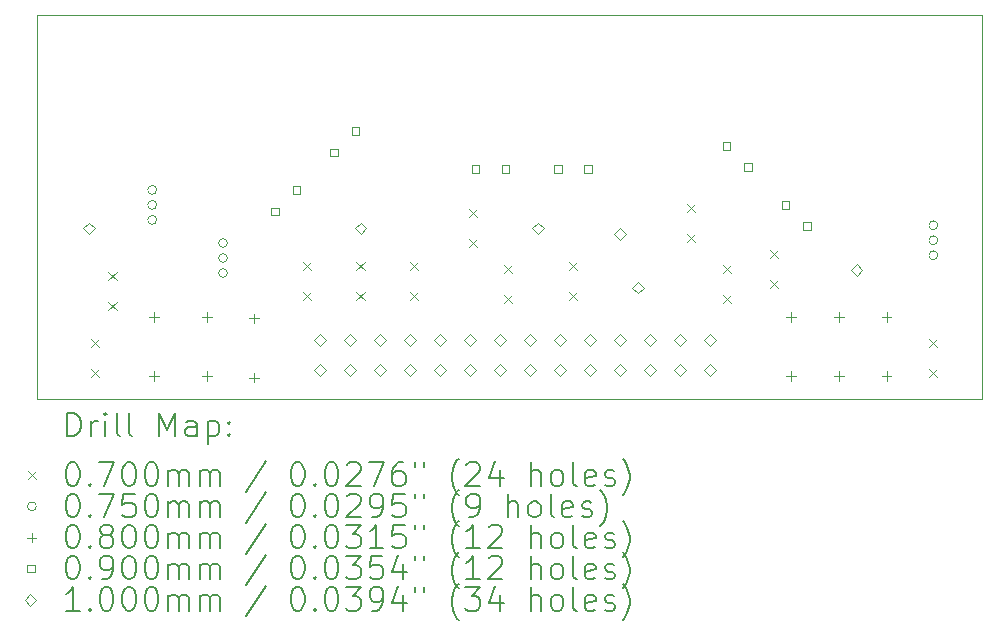
<source format=gbr>
%TF.GenerationSoftware,KiCad,Pcbnew,8.0.1*%
%TF.CreationDate,2024-03-24T14:21:50+02:00*%
%TF.ProjectId,ANTEUS001 MICROMOUSE SENSING,414e5445-5553-4303-9031-204d4943524f,rev?*%
%TF.SameCoordinates,Original*%
%TF.FileFunction,Drillmap*%
%TF.FilePolarity,Positive*%
%FSLAX45Y45*%
G04 Gerber Fmt 4.5, Leading zero omitted, Abs format (unit mm)*
G04 Created by KiCad (PCBNEW 8.0.1) date 2024-03-24 14:21:50*
%MOMM*%
%LPD*%
G01*
G04 APERTURE LIST*
%ADD10C,0.050000*%
%ADD11C,0.200000*%
%ADD12C,0.100000*%
G04 APERTURE END LIST*
D10*
X18000000Y-4200000D02*
X26000000Y-4200000D01*
X26000000Y-7450000D01*
X18000000Y-7450000D01*
X18000000Y-4200000D01*
D11*
D12*
X18457000Y-6937000D02*
X18527000Y-7007000D01*
X18527000Y-6937000D02*
X18457000Y-7007000D01*
X18457000Y-7191000D02*
X18527000Y-7261000D01*
X18527000Y-7191000D02*
X18457000Y-7261000D01*
X18607000Y-6369000D02*
X18677000Y-6439000D01*
X18677000Y-6369000D02*
X18607000Y-6439000D01*
X18607000Y-6623000D02*
X18677000Y-6693000D01*
X18677000Y-6623000D02*
X18607000Y-6693000D01*
X20257000Y-6287000D02*
X20327000Y-6357000D01*
X20327000Y-6287000D02*
X20257000Y-6357000D01*
X20257000Y-6541000D02*
X20327000Y-6611000D01*
X20327000Y-6541000D02*
X20257000Y-6611000D01*
X20707000Y-6287000D02*
X20777000Y-6357000D01*
X20777000Y-6287000D02*
X20707000Y-6357000D01*
X20707000Y-6541000D02*
X20777000Y-6611000D01*
X20777000Y-6541000D02*
X20707000Y-6611000D01*
X21157000Y-6287000D02*
X21227000Y-6357000D01*
X21227000Y-6287000D02*
X21157000Y-6357000D01*
X21157000Y-6541000D02*
X21227000Y-6611000D01*
X21227000Y-6541000D02*
X21157000Y-6611000D01*
X21657000Y-5837000D02*
X21727000Y-5907000D01*
X21727000Y-5837000D02*
X21657000Y-5907000D01*
X21657000Y-6091000D02*
X21727000Y-6161000D01*
X21727000Y-6091000D02*
X21657000Y-6161000D01*
X21957000Y-6315000D02*
X22027000Y-6385000D01*
X22027000Y-6315000D02*
X21957000Y-6385000D01*
X21957000Y-6569000D02*
X22027000Y-6639000D01*
X22027000Y-6569000D02*
X21957000Y-6639000D01*
X22507000Y-6287000D02*
X22577000Y-6357000D01*
X22577000Y-6287000D02*
X22507000Y-6357000D01*
X22507000Y-6541000D02*
X22577000Y-6611000D01*
X22577000Y-6541000D02*
X22507000Y-6611000D01*
X23507000Y-5797000D02*
X23577000Y-5867000D01*
X23577000Y-5797000D02*
X23507000Y-5867000D01*
X23507000Y-6051000D02*
X23577000Y-6121000D01*
X23577000Y-6051000D02*
X23507000Y-6121000D01*
X23807000Y-6315000D02*
X23877000Y-6385000D01*
X23877000Y-6315000D02*
X23807000Y-6385000D01*
X23807000Y-6569000D02*
X23877000Y-6639000D01*
X23877000Y-6569000D02*
X23807000Y-6639000D01*
X24207000Y-6187000D02*
X24277000Y-6257000D01*
X24277000Y-6187000D02*
X24207000Y-6257000D01*
X24207000Y-6441000D02*
X24277000Y-6511000D01*
X24277000Y-6441000D02*
X24207000Y-6511000D01*
X25557000Y-6937000D02*
X25627000Y-7007000D01*
X25627000Y-6937000D02*
X25557000Y-7007000D01*
X25557000Y-7191000D02*
X25627000Y-7261000D01*
X25627000Y-7191000D02*
X25557000Y-7261000D01*
X19015500Y-5677000D02*
G75*
G02*
X18940500Y-5677000I-37500J0D01*
G01*
X18940500Y-5677000D02*
G75*
G02*
X19015500Y-5677000I37500J0D01*
G01*
X19015500Y-5804000D02*
G75*
G02*
X18940500Y-5804000I-37500J0D01*
G01*
X18940500Y-5804000D02*
G75*
G02*
X19015500Y-5804000I37500J0D01*
G01*
X19015500Y-5931000D02*
G75*
G02*
X18940500Y-5931000I-37500J0D01*
G01*
X18940500Y-5931000D02*
G75*
G02*
X19015500Y-5931000I37500J0D01*
G01*
X19615500Y-6127000D02*
G75*
G02*
X19540500Y-6127000I-37500J0D01*
G01*
X19540500Y-6127000D02*
G75*
G02*
X19615500Y-6127000I37500J0D01*
G01*
X19615500Y-6254000D02*
G75*
G02*
X19540500Y-6254000I-37500J0D01*
G01*
X19540500Y-6254000D02*
G75*
G02*
X19615500Y-6254000I37500J0D01*
G01*
X19615500Y-6381000D02*
G75*
G02*
X19540500Y-6381000I-37500J0D01*
G01*
X19540500Y-6381000D02*
G75*
G02*
X19615500Y-6381000I37500J0D01*
G01*
X25629500Y-5977000D02*
G75*
G02*
X25554500Y-5977000I-37500J0D01*
G01*
X25554500Y-5977000D02*
G75*
G02*
X25629500Y-5977000I37500J0D01*
G01*
X25629500Y-6104000D02*
G75*
G02*
X25554500Y-6104000I-37500J0D01*
G01*
X25554500Y-6104000D02*
G75*
G02*
X25629500Y-6104000I37500J0D01*
G01*
X25629500Y-6231000D02*
G75*
G02*
X25554500Y-6231000I-37500J0D01*
G01*
X25554500Y-6231000D02*
G75*
G02*
X25629500Y-6231000I37500J0D01*
G01*
X18992000Y-6714000D02*
X18992000Y-6794000D01*
X18952000Y-6754000D02*
X19032000Y-6754000D01*
X18992000Y-7214000D02*
X18992000Y-7294000D01*
X18952000Y-7254000D02*
X19032000Y-7254000D01*
X19442000Y-6714000D02*
X19442000Y-6794000D01*
X19402000Y-6754000D02*
X19482000Y-6754000D01*
X19442000Y-7214000D02*
X19442000Y-7294000D01*
X19402000Y-7254000D02*
X19482000Y-7254000D01*
X19842000Y-6726000D02*
X19842000Y-6806000D01*
X19802000Y-6766000D02*
X19882000Y-6766000D01*
X19842000Y-7226000D02*
X19842000Y-7306000D01*
X19802000Y-7266000D02*
X19882000Y-7266000D01*
X24387000Y-6714000D02*
X24387000Y-6794000D01*
X24347000Y-6754000D02*
X24427000Y-6754000D01*
X24387000Y-7214000D02*
X24387000Y-7294000D01*
X24347000Y-7254000D02*
X24427000Y-7254000D01*
X24792000Y-6714000D02*
X24792000Y-6794000D01*
X24752000Y-6754000D02*
X24832000Y-6754000D01*
X24792000Y-7214000D02*
X24792000Y-7294000D01*
X24752000Y-7254000D02*
X24832000Y-7254000D01*
X25197000Y-6714000D02*
X25197000Y-6794000D01*
X25157000Y-6754000D02*
X25237000Y-6754000D01*
X25197000Y-7214000D02*
X25197000Y-7294000D01*
X25157000Y-7254000D02*
X25237000Y-7254000D01*
X20050805Y-5891695D02*
X20050805Y-5828055D01*
X19987165Y-5828055D01*
X19987165Y-5891695D01*
X20050805Y-5891695D01*
X20230410Y-5712090D02*
X20230410Y-5648450D01*
X20166770Y-5648450D01*
X20166770Y-5712090D01*
X20230410Y-5712090D01*
X20550805Y-5391695D02*
X20550805Y-5328055D01*
X20487165Y-5328055D01*
X20487165Y-5391695D01*
X20550805Y-5391695D01*
X20730410Y-5212090D02*
X20730410Y-5148450D01*
X20666770Y-5148450D01*
X20666770Y-5212090D01*
X20730410Y-5212090D01*
X21747320Y-5533320D02*
X21747320Y-5469680D01*
X21683680Y-5469680D01*
X21683680Y-5533320D01*
X21747320Y-5533320D01*
X22001320Y-5533320D02*
X22001320Y-5469680D01*
X21937680Y-5469680D01*
X21937680Y-5533320D01*
X22001320Y-5533320D01*
X22447320Y-5533320D02*
X22447320Y-5469680D01*
X22383680Y-5469680D01*
X22383680Y-5533320D01*
X22447320Y-5533320D01*
X22701320Y-5533320D02*
X22701320Y-5469680D01*
X22637680Y-5469680D01*
X22637680Y-5533320D01*
X22701320Y-5533320D01*
X23873825Y-5335825D02*
X23873825Y-5272185D01*
X23810185Y-5272185D01*
X23810185Y-5335825D01*
X23873825Y-5335825D01*
X24053430Y-5515430D02*
X24053430Y-5451790D01*
X23989790Y-5451790D01*
X23989790Y-5515430D01*
X24053430Y-5515430D01*
X24373825Y-5835825D02*
X24373825Y-5772185D01*
X24310185Y-5772185D01*
X24310185Y-5835825D01*
X24373825Y-5835825D01*
X24553430Y-6015430D02*
X24553430Y-5951790D01*
X24489790Y-5951790D01*
X24489790Y-6015430D01*
X24553430Y-6015430D01*
X18442000Y-6054000D02*
X18492000Y-6004000D01*
X18442000Y-5954000D01*
X18392000Y-6004000D01*
X18442000Y-6054000D01*
X20402000Y-7000000D02*
X20452000Y-6950000D01*
X20402000Y-6900000D01*
X20352000Y-6950000D01*
X20402000Y-7000000D01*
X20402000Y-7254000D02*
X20452000Y-7204000D01*
X20402000Y-7154000D01*
X20352000Y-7204000D01*
X20402000Y-7254000D01*
X20656000Y-7000000D02*
X20706000Y-6950000D01*
X20656000Y-6900000D01*
X20606000Y-6950000D01*
X20656000Y-7000000D01*
X20656000Y-7254000D02*
X20706000Y-7204000D01*
X20656000Y-7154000D01*
X20606000Y-7204000D01*
X20656000Y-7254000D01*
X20742000Y-6054000D02*
X20792000Y-6004000D01*
X20742000Y-5954000D01*
X20692000Y-6004000D01*
X20742000Y-6054000D01*
X20910000Y-7000000D02*
X20960000Y-6950000D01*
X20910000Y-6900000D01*
X20860000Y-6950000D01*
X20910000Y-7000000D01*
X20910000Y-7254000D02*
X20960000Y-7204000D01*
X20910000Y-7154000D01*
X20860000Y-7204000D01*
X20910000Y-7254000D01*
X21164000Y-7000000D02*
X21214000Y-6950000D01*
X21164000Y-6900000D01*
X21114000Y-6950000D01*
X21164000Y-7000000D01*
X21164000Y-7254000D02*
X21214000Y-7204000D01*
X21164000Y-7154000D01*
X21114000Y-7204000D01*
X21164000Y-7254000D01*
X21418000Y-7000000D02*
X21468000Y-6950000D01*
X21418000Y-6900000D01*
X21368000Y-6950000D01*
X21418000Y-7000000D01*
X21418000Y-7254000D02*
X21468000Y-7204000D01*
X21418000Y-7154000D01*
X21368000Y-7204000D01*
X21418000Y-7254000D01*
X21672000Y-7000000D02*
X21722000Y-6950000D01*
X21672000Y-6900000D01*
X21622000Y-6950000D01*
X21672000Y-7000000D01*
X21672000Y-7254000D02*
X21722000Y-7204000D01*
X21672000Y-7154000D01*
X21622000Y-7204000D01*
X21672000Y-7254000D01*
X21926000Y-7000000D02*
X21976000Y-6950000D01*
X21926000Y-6900000D01*
X21876000Y-6950000D01*
X21926000Y-7000000D01*
X21926000Y-7254000D02*
X21976000Y-7204000D01*
X21926000Y-7154000D01*
X21876000Y-7204000D01*
X21926000Y-7254000D01*
X22180000Y-7000000D02*
X22230000Y-6950000D01*
X22180000Y-6900000D01*
X22130000Y-6950000D01*
X22180000Y-7000000D01*
X22180000Y-7254000D02*
X22230000Y-7204000D01*
X22180000Y-7154000D01*
X22130000Y-7204000D01*
X22180000Y-7254000D01*
X22242000Y-6054000D02*
X22292000Y-6004000D01*
X22242000Y-5954000D01*
X22192000Y-6004000D01*
X22242000Y-6054000D01*
X22434000Y-7000000D02*
X22484000Y-6950000D01*
X22434000Y-6900000D01*
X22384000Y-6950000D01*
X22434000Y-7000000D01*
X22434000Y-7254000D02*
X22484000Y-7204000D01*
X22434000Y-7154000D01*
X22384000Y-7204000D01*
X22434000Y-7254000D01*
X22688000Y-7000000D02*
X22738000Y-6950000D01*
X22688000Y-6900000D01*
X22638000Y-6950000D01*
X22688000Y-7000000D01*
X22688000Y-7254000D02*
X22738000Y-7204000D01*
X22688000Y-7154000D01*
X22638000Y-7204000D01*
X22688000Y-7254000D01*
X22942000Y-6104000D02*
X22992000Y-6054000D01*
X22942000Y-6004000D01*
X22892000Y-6054000D01*
X22942000Y-6104000D01*
X22942000Y-7000000D02*
X22992000Y-6950000D01*
X22942000Y-6900000D01*
X22892000Y-6950000D01*
X22942000Y-7000000D01*
X22942000Y-7254000D02*
X22992000Y-7204000D01*
X22942000Y-7154000D01*
X22892000Y-7204000D01*
X22942000Y-7254000D01*
X23092000Y-6554000D02*
X23142000Y-6504000D01*
X23092000Y-6454000D01*
X23042000Y-6504000D01*
X23092000Y-6554000D01*
X23196000Y-7000000D02*
X23246000Y-6950000D01*
X23196000Y-6900000D01*
X23146000Y-6950000D01*
X23196000Y-7000000D01*
X23196000Y-7254000D02*
X23246000Y-7204000D01*
X23196000Y-7154000D01*
X23146000Y-7204000D01*
X23196000Y-7254000D01*
X23450000Y-7000000D02*
X23500000Y-6950000D01*
X23450000Y-6900000D01*
X23400000Y-6950000D01*
X23450000Y-7000000D01*
X23450000Y-7254000D02*
X23500000Y-7204000D01*
X23450000Y-7154000D01*
X23400000Y-7204000D01*
X23450000Y-7254000D01*
X23704000Y-7000000D02*
X23754000Y-6950000D01*
X23704000Y-6900000D01*
X23654000Y-6950000D01*
X23704000Y-7000000D01*
X23704000Y-7254000D02*
X23754000Y-7204000D01*
X23704000Y-7154000D01*
X23654000Y-7204000D01*
X23704000Y-7254000D01*
X24942000Y-6404000D02*
X24992000Y-6354000D01*
X24942000Y-6304000D01*
X24892000Y-6354000D01*
X24942000Y-6404000D01*
D11*
X18258277Y-7763984D02*
X18258277Y-7563984D01*
X18258277Y-7563984D02*
X18305896Y-7563984D01*
X18305896Y-7563984D02*
X18334467Y-7573508D01*
X18334467Y-7573508D02*
X18353515Y-7592555D01*
X18353515Y-7592555D02*
X18363039Y-7611603D01*
X18363039Y-7611603D02*
X18372563Y-7649698D01*
X18372563Y-7649698D02*
X18372563Y-7678269D01*
X18372563Y-7678269D02*
X18363039Y-7716365D01*
X18363039Y-7716365D02*
X18353515Y-7735412D01*
X18353515Y-7735412D02*
X18334467Y-7754460D01*
X18334467Y-7754460D02*
X18305896Y-7763984D01*
X18305896Y-7763984D02*
X18258277Y-7763984D01*
X18458277Y-7763984D02*
X18458277Y-7630650D01*
X18458277Y-7668746D02*
X18467801Y-7649698D01*
X18467801Y-7649698D02*
X18477324Y-7640174D01*
X18477324Y-7640174D02*
X18496372Y-7630650D01*
X18496372Y-7630650D02*
X18515420Y-7630650D01*
X18582086Y-7763984D02*
X18582086Y-7630650D01*
X18582086Y-7563984D02*
X18572563Y-7573508D01*
X18572563Y-7573508D02*
X18582086Y-7583031D01*
X18582086Y-7583031D02*
X18591610Y-7573508D01*
X18591610Y-7573508D02*
X18582086Y-7563984D01*
X18582086Y-7563984D02*
X18582086Y-7583031D01*
X18705896Y-7763984D02*
X18686848Y-7754460D01*
X18686848Y-7754460D02*
X18677324Y-7735412D01*
X18677324Y-7735412D02*
X18677324Y-7563984D01*
X18810658Y-7763984D02*
X18791610Y-7754460D01*
X18791610Y-7754460D02*
X18782086Y-7735412D01*
X18782086Y-7735412D02*
X18782086Y-7563984D01*
X19039229Y-7763984D02*
X19039229Y-7563984D01*
X19039229Y-7563984D02*
X19105896Y-7706841D01*
X19105896Y-7706841D02*
X19172563Y-7563984D01*
X19172563Y-7563984D02*
X19172563Y-7763984D01*
X19353515Y-7763984D02*
X19353515Y-7659222D01*
X19353515Y-7659222D02*
X19343991Y-7640174D01*
X19343991Y-7640174D02*
X19324944Y-7630650D01*
X19324944Y-7630650D02*
X19286848Y-7630650D01*
X19286848Y-7630650D02*
X19267801Y-7640174D01*
X19353515Y-7754460D02*
X19334467Y-7763984D01*
X19334467Y-7763984D02*
X19286848Y-7763984D01*
X19286848Y-7763984D02*
X19267801Y-7754460D01*
X19267801Y-7754460D02*
X19258277Y-7735412D01*
X19258277Y-7735412D02*
X19258277Y-7716365D01*
X19258277Y-7716365D02*
X19267801Y-7697317D01*
X19267801Y-7697317D02*
X19286848Y-7687793D01*
X19286848Y-7687793D02*
X19334467Y-7687793D01*
X19334467Y-7687793D02*
X19353515Y-7678269D01*
X19448753Y-7630650D02*
X19448753Y-7830650D01*
X19448753Y-7640174D02*
X19467801Y-7630650D01*
X19467801Y-7630650D02*
X19505896Y-7630650D01*
X19505896Y-7630650D02*
X19524944Y-7640174D01*
X19524944Y-7640174D02*
X19534467Y-7649698D01*
X19534467Y-7649698D02*
X19543991Y-7668746D01*
X19543991Y-7668746D02*
X19543991Y-7725888D01*
X19543991Y-7725888D02*
X19534467Y-7744936D01*
X19534467Y-7744936D02*
X19524944Y-7754460D01*
X19524944Y-7754460D02*
X19505896Y-7763984D01*
X19505896Y-7763984D02*
X19467801Y-7763984D01*
X19467801Y-7763984D02*
X19448753Y-7754460D01*
X19629705Y-7744936D02*
X19639229Y-7754460D01*
X19639229Y-7754460D02*
X19629705Y-7763984D01*
X19629705Y-7763984D02*
X19620182Y-7754460D01*
X19620182Y-7754460D02*
X19629705Y-7744936D01*
X19629705Y-7744936D02*
X19629705Y-7763984D01*
X19629705Y-7640174D02*
X19639229Y-7649698D01*
X19639229Y-7649698D02*
X19629705Y-7659222D01*
X19629705Y-7659222D02*
X19620182Y-7649698D01*
X19620182Y-7649698D02*
X19629705Y-7640174D01*
X19629705Y-7640174D02*
X19629705Y-7659222D01*
D12*
X17927500Y-8057500D02*
X17997500Y-8127500D01*
X17997500Y-8057500D02*
X17927500Y-8127500D01*
D11*
X18296372Y-7983984D02*
X18315420Y-7983984D01*
X18315420Y-7983984D02*
X18334467Y-7993508D01*
X18334467Y-7993508D02*
X18343991Y-8003031D01*
X18343991Y-8003031D02*
X18353515Y-8022079D01*
X18353515Y-8022079D02*
X18363039Y-8060174D01*
X18363039Y-8060174D02*
X18363039Y-8107793D01*
X18363039Y-8107793D02*
X18353515Y-8145888D01*
X18353515Y-8145888D02*
X18343991Y-8164936D01*
X18343991Y-8164936D02*
X18334467Y-8174460D01*
X18334467Y-8174460D02*
X18315420Y-8183984D01*
X18315420Y-8183984D02*
X18296372Y-8183984D01*
X18296372Y-8183984D02*
X18277324Y-8174460D01*
X18277324Y-8174460D02*
X18267801Y-8164936D01*
X18267801Y-8164936D02*
X18258277Y-8145888D01*
X18258277Y-8145888D02*
X18248753Y-8107793D01*
X18248753Y-8107793D02*
X18248753Y-8060174D01*
X18248753Y-8060174D02*
X18258277Y-8022079D01*
X18258277Y-8022079D02*
X18267801Y-8003031D01*
X18267801Y-8003031D02*
X18277324Y-7993508D01*
X18277324Y-7993508D02*
X18296372Y-7983984D01*
X18448753Y-8164936D02*
X18458277Y-8174460D01*
X18458277Y-8174460D02*
X18448753Y-8183984D01*
X18448753Y-8183984D02*
X18439229Y-8174460D01*
X18439229Y-8174460D02*
X18448753Y-8164936D01*
X18448753Y-8164936D02*
X18448753Y-8183984D01*
X18524944Y-7983984D02*
X18658277Y-7983984D01*
X18658277Y-7983984D02*
X18572563Y-8183984D01*
X18772563Y-7983984D02*
X18791610Y-7983984D01*
X18791610Y-7983984D02*
X18810658Y-7993508D01*
X18810658Y-7993508D02*
X18820182Y-8003031D01*
X18820182Y-8003031D02*
X18829705Y-8022079D01*
X18829705Y-8022079D02*
X18839229Y-8060174D01*
X18839229Y-8060174D02*
X18839229Y-8107793D01*
X18839229Y-8107793D02*
X18829705Y-8145888D01*
X18829705Y-8145888D02*
X18820182Y-8164936D01*
X18820182Y-8164936D02*
X18810658Y-8174460D01*
X18810658Y-8174460D02*
X18791610Y-8183984D01*
X18791610Y-8183984D02*
X18772563Y-8183984D01*
X18772563Y-8183984D02*
X18753515Y-8174460D01*
X18753515Y-8174460D02*
X18743991Y-8164936D01*
X18743991Y-8164936D02*
X18734467Y-8145888D01*
X18734467Y-8145888D02*
X18724944Y-8107793D01*
X18724944Y-8107793D02*
X18724944Y-8060174D01*
X18724944Y-8060174D02*
X18734467Y-8022079D01*
X18734467Y-8022079D02*
X18743991Y-8003031D01*
X18743991Y-8003031D02*
X18753515Y-7993508D01*
X18753515Y-7993508D02*
X18772563Y-7983984D01*
X18963039Y-7983984D02*
X18982086Y-7983984D01*
X18982086Y-7983984D02*
X19001134Y-7993508D01*
X19001134Y-7993508D02*
X19010658Y-8003031D01*
X19010658Y-8003031D02*
X19020182Y-8022079D01*
X19020182Y-8022079D02*
X19029705Y-8060174D01*
X19029705Y-8060174D02*
X19029705Y-8107793D01*
X19029705Y-8107793D02*
X19020182Y-8145888D01*
X19020182Y-8145888D02*
X19010658Y-8164936D01*
X19010658Y-8164936D02*
X19001134Y-8174460D01*
X19001134Y-8174460D02*
X18982086Y-8183984D01*
X18982086Y-8183984D02*
X18963039Y-8183984D01*
X18963039Y-8183984D02*
X18943991Y-8174460D01*
X18943991Y-8174460D02*
X18934467Y-8164936D01*
X18934467Y-8164936D02*
X18924944Y-8145888D01*
X18924944Y-8145888D02*
X18915420Y-8107793D01*
X18915420Y-8107793D02*
X18915420Y-8060174D01*
X18915420Y-8060174D02*
X18924944Y-8022079D01*
X18924944Y-8022079D02*
X18934467Y-8003031D01*
X18934467Y-8003031D02*
X18943991Y-7993508D01*
X18943991Y-7993508D02*
X18963039Y-7983984D01*
X19115420Y-8183984D02*
X19115420Y-8050650D01*
X19115420Y-8069698D02*
X19124944Y-8060174D01*
X19124944Y-8060174D02*
X19143991Y-8050650D01*
X19143991Y-8050650D02*
X19172563Y-8050650D01*
X19172563Y-8050650D02*
X19191610Y-8060174D01*
X19191610Y-8060174D02*
X19201134Y-8079222D01*
X19201134Y-8079222D02*
X19201134Y-8183984D01*
X19201134Y-8079222D02*
X19210658Y-8060174D01*
X19210658Y-8060174D02*
X19229705Y-8050650D01*
X19229705Y-8050650D02*
X19258277Y-8050650D01*
X19258277Y-8050650D02*
X19277325Y-8060174D01*
X19277325Y-8060174D02*
X19286848Y-8079222D01*
X19286848Y-8079222D02*
X19286848Y-8183984D01*
X19382086Y-8183984D02*
X19382086Y-8050650D01*
X19382086Y-8069698D02*
X19391610Y-8060174D01*
X19391610Y-8060174D02*
X19410658Y-8050650D01*
X19410658Y-8050650D02*
X19439229Y-8050650D01*
X19439229Y-8050650D02*
X19458277Y-8060174D01*
X19458277Y-8060174D02*
X19467801Y-8079222D01*
X19467801Y-8079222D02*
X19467801Y-8183984D01*
X19467801Y-8079222D02*
X19477325Y-8060174D01*
X19477325Y-8060174D02*
X19496372Y-8050650D01*
X19496372Y-8050650D02*
X19524944Y-8050650D01*
X19524944Y-8050650D02*
X19543991Y-8060174D01*
X19543991Y-8060174D02*
X19553515Y-8079222D01*
X19553515Y-8079222D02*
X19553515Y-8183984D01*
X19943991Y-7974460D02*
X19772563Y-8231603D01*
X20201134Y-7983984D02*
X20220182Y-7983984D01*
X20220182Y-7983984D02*
X20239229Y-7993508D01*
X20239229Y-7993508D02*
X20248753Y-8003031D01*
X20248753Y-8003031D02*
X20258277Y-8022079D01*
X20258277Y-8022079D02*
X20267801Y-8060174D01*
X20267801Y-8060174D02*
X20267801Y-8107793D01*
X20267801Y-8107793D02*
X20258277Y-8145888D01*
X20258277Y-8145888D02*
X20248753Y-8164936D01*
X20248753Y-8164936D02*
X20239229Y-8174460D01*
X20239229Y-8174460D02*
X20220182Y-8183984D01*
X20220182Y-8183984D02*
X20201134Y-8183984D01*
X20201134Y-8183984D02*
X20182087Y-8174460D01*
X20182087Y-8174460D02*
X20172563Y-8164936D01*
X20172563Y-8164936D02*
X20163039Y-8145888D01*
X20163039Y-8145888D02*
X20153515Y-8107793D01*
X20153515Y-8107793D02*
X20153515Y-8060174D01*
X20153515Y-8060174D02*
X20163039Y-8022079D01*
X20163039Y-8022079D02*
X20172563Y-8003031D01*
X20172563Y-8003031D02*
X20182087Y-7993508D01*
X20182087Y-7993508D02*
X20201134Y-7983984D01*
X20353515Y-8164936D02*
X20363039Y-8174460D01*
X20363039Y-8174460D02*
X20353515Y-8183984D01*
X20353515Y-8183984D02*
X20343991Y-8174460D01*
X20343991Y-8174460D02*
X20353515Y-8164936D01*
X20353515Y-8164936D02*
X20353515Y-8183984D01*
X20486848Y-7983984D02*
X20505896Y-7983984D01*
X20505896Y-7983984D02*
X20524944Y-7993508D01*
X20524944Y-7993508D02*
X20534468Y-8003031D01*
X20534468Y-8003031D02*
X20543991Y-8022079D01*
X20543991Y-8022079D02*
X20553515Y-8060174D01*
X20553515Y-8060174D02*
X20553515Y-8107793D01*
X20553515Y-8107793D02*
X20543991Y-8145888D01*
X20543991Y-8145888D02*
X20534468Y-8164936D01*
X20534468Y-8164936D02*
X20524944Y-8174460D01*
X20524944Y-8174460D02*
X20505896Y-8183984D01*
X20505896Y-8183984D02*
X20486848Y-8183984D01*
X20486848Y-8183984D02*
X20467801Y-8174460D01*
X20467801Y-8174460D02*
X20458277Y-8164936D01*
X20458277Y-8164936D02*
X20448753Y-8145888D01*
X20448753Y-8145888D02*
X20439229Y-8107793D01*
X20439229Y-8107793D02*
X20439229Y-8060174D01*
X20439229Y-8060174D02*
X20448753Y-8022079D01*
X20448753Y-8022079D02*
X20458277Y-8003031D01*
X20458277Y-8003031D02*
X20467801Y-7993508D01*
X20467801Y-7993508D02*
X20486848Y-7983984D01*
X20629706Y-8003031D02*
X20639229Y-7993508D01*
X20639229Y-7993508D02*
X20658277Y-7983984D01*
X20658277Y-7983984D02*
X20705896Y-7983984D01*
X20705896Y-7983984D02*
X20724944Y-7993508D01*
X20724944Y-7993508D02*
X20734468Y-8003031D01*
X20734468Y-8003031D02*
X20743991Y-8022079D01*
X20743991Y-8022079D02*
X20743991Y-8041127D01*
X20743991Y-8041127D02*
X20734468Y-8069698D01*
X20734468Y-8069698D02*
X20620182Y-8183984D01*
X20620182Y-8183984D02*
X20743991Y-8183984D01*
X20810658Y-7983984D02*
X20943991Y-7983984D01*
X20943991Y-7983984D02*
X20858277Y-8183984D01*
X21105896Y-7983984D02*
X21067801Y-7983984D01*
X21067801Y-7983984D02*
X21048753Y-7993508D01*
X21048753Y-7993508D02*
X21039229Y-8003031D01*
X21039229Y-8003031D02*
X21020182Y-8031603D01*
X21020182Y-8031603D02*
X21010658Y-8069698D01*
X21010658Y-8069698D02*
X21010658Y-8145888D01*
X21010658Y-8145888D02*
X21020182Y-8164936D01*
X21020182Y-8164936D02*
X21029706Y-8174460D01*
X21029706Y-8174460D02*
X21048753Y-8183984D01*
X21048753Y-8183984D02*
X21086849Y-8183984D01*
X21086849Y-8183984D02*
X21105896Y-8174460D01*
X21105896Y-8174460D02*
X21115420Y-8164936D01*
X21115420Y-8164936D02*
X21124944Y-8145888D01*
X21124944Y-8145888D02*
X21124944Y-8098269D01*
X21124944Y-8098269D02*
X21115420Y-8079222D01*
X21115420Y-8079222D02*
X21105896Y-8069698D01*
X21105896Y-8069698D02*
X21086849Y-8060174D01*
X21086849Y-8060174D02*
X21048753Y-8060174D01*
X21048753Y-8060174D02*
X21029706Y-8069698D01*
X21029706Y-8069698D02*
X21020182Y-8079222D01*
X21020182Y-8079222D02*
X21010658Y-8098269D01*
X21201134Y-7983984D02*
X21201134Y-8022079D01*
X21277325Y-7983984D02*
X21277325Y-8022079D01*
X21572563Y-8260174D02*
X21563039Y-8250650D01*
X21563039Y-8250650D02*
X21543991Y-8222079D01*
X21543991Y-8222079D02*
X21534468Y-8203031D01*
X21534468Y-8203031D02*
X21524944Y-8174460D01*
X21524944Y-8174460D02*
X21515420Y-8126841D01*
X21515420Y-8126841D02*
X21515420Y-8088746D01*
X21515420Y-8088746D02*
X21524944Y-8041127D01*
X21524944Y-8041127D02*
X21534468Y-8012555D01*
X21534468Y-8012555D02*
X21543991Y-7993508D01*
X21543991Y-7993508D02*
X21563039Y-7964936D01*
X21563039Y-7964936D02*
X21572563Y-7955412D01*
X21639230Y-8003031D02*
X21648753Y-7993508D01*
X21648753Y-7993508D02*
X21667801Y-7983984D01*
X21667801Y-7983984D02*
X21715420Y-7983984D01*
X21715420Y-7983984D02*
X21734468Y-7993508D01*
X21734468Y-7993508D02*
X21743991Y-8003031D01*
X21743991Y-8003031D02*
X21753515Y-8022079D01*
X21753515Y-8022079D02*
X21753515Y-8041127D01*
X21753515Y-8041127D02*
X21743991Y-8069698D01*
X21743991Y-8069698D02*
X21629706Y-8183984D01*
X21629706Y-8183984D02*
X21753515Y-8183984D01*
X21924944Y-8050650D02*
X21924944Y-8183984D01*
X21877325Y-7974460D02*
X21829706Y-8117317D01*
X21829706Y-8117317D02*
X21953515Y-8117317D01*
X22182087Y-8183984D02*
X22182087Y-7983984D01*
X22267801Y-8183984D02*
X22267801Y-8079222D01*
X22267801Y-8079222D02*
X22258277Y-8060174D01*
X22258277Y-8060174D02*
X22239230Y-8050650D01*
X22239230Y-8050650D02*
X22210658Y-8050650D01*
X22210658Y-8050650D02*
X22191611Y-8060174D01*
X22191611Y-8060174D02*
X22182087Y-8069698D01*
X22391610Y-8183984D02*
X22372563Y-8174460D01*
X22372563Y-8174460D02*
X22363039Y-8164936D01*
X22363039Y-8164936D02*
X22353515Y-8145888D01*
X22353515Y-8145888D02*
X22353515Y-8088746D01*
X22353515Y-8088746D02*
X22363039Y-8069698D01*
X22363039Y-8069698D02*
X22372563Y-8060174D01*
X22372563Y-8060174D02*
X22391610Y-8050650D01*
X22391610Y-8050650D02*
X22420182Y-8050650D01*
X22420182Y-8050650D02*
X22439230Y-8060174D01*
X22439230Y-8060174D02*
X22448753Y-8069698D01*
X22448753Y-8069698D02*
X22458277Y-8088746D01*
X22458277Y-8088746D02*
X22458277Y-8145888D01*
X22458277Y-8145888D02*
X22448753Y-8164936D01*
X22448753Y-8164936D02*
X22439230Y-8174460D01*
X22439230Y-8174460D02*
X22420182Y-8183984D01*
X22420182Y-8183984D02*
X22391610Y-8183984D01*
X22572563Y-8183984D02*
X22553515Y-8174460D01*
X22553515Y-8174460D02*
X22543991Y-8155412D01*
X22543991Y-8155412D02*
X22543991Y-7983984D01*
X22724944Y-8174460D02*
X22705896Y-8183984D01*
X22705896Y-8183984D02*
X22667801Y-8183984D01*
X22667801Y-8183984D02*
X22648753Y-8174460D01*
X22648753Y-8174460D02*
X22639230Y-8155412D01*
X22639230Y-8155412D02*
X22639230Y-8079222D01*
X22639230Y-8079222D02*
X22648753Y-8060174D01*
X22648753Y-8060174D02*
X22667801Y-8050650D01*
X22667801Y-8050650D02*
X22705896Y-8050650D01*
X22705896Y-8050650D02*
X22724944Y-8060174D01*
X22724944Y-8060174D02*
X22734468Y-8079222D01*
X22734468Y-8079222D02*
X22734468Y-8098269D01*
X22734468Y-8098269D02*
X22639230Y-8117317D01*
X22810658Y-8174460D02*
X22829706Y-8183984D01*
X22829706Y-8183984D02*
X22867801Y-8183984D01*
X22867801Y-8183984D02*
X22886849Y-8174460D01*
X22886849Y-8174460D02*
X22896372Y-8155412D01*
X22896372Y-8155412D02*
X22896372Y-8145888D01*
X22896372Y-8145888D02*
X22886849Y-8126841D01*
X22886849Y-8126841D02*
X22867801Y-8117317D01*
X22867801Y-8117317D02*
X22839230Y-8117317D01*
X22839230Y-8117317D02*
X22820182Y-8107793D01*
X22820182Y-8107793D02*
X22810658Y-8088746D01*
X22810658Y-8088746D02*
X22810658Y-8079222D01*
X22810658Y-8079222D02*
X22820182Y-8060174D01*
X22820182Y-8060174D02*
X22839230Y-8050650D01*
X22839230Y-8050650D02*
X22867801Y-8050650D01*
X22867801Y-8050650D02*
X22886849Y-8060174D01*
X22963039Y-8260174D02*
X22972563Y-8250650D01*
X22972563Y-8250650D02*
X22991611Y-8222079D01*
X22991611Y-8222079D02*
X23001134Y-8203031D01*
X23001134Y-8203031D02*
X23010658Y-8174460D01*
X23010658Y-8174460D02*
X23020182Y-8126841D01*
X23020182Y-8126841D02*
X23020182Y-8088746D01*
X23020182Y-8088746D02*
X23010658Y-8041127D01*
X23010658Y-8041127D02*
X23001134Y-8012555D01*
X23001134Y-8012555D02*
X22991611Y-7993508D01*
X22991611Y-7993508D02*
X22972563Y-7964936D01*
X22972563Y-7964936D02*
X22963039Y-7955412D01*
D12*
X17997500Y-8356500D02*
G75*
G02*
X17922500Y-8356500I-37500J0D01*
G01*
X17922500Y-8356500D02*
G75*
G02*
X17997500Y-8356500I37500J0D01*
G01*
D11*
X18296372Y-8247984D02*
X18315420Y-8247984D01*
X18315420Y-8247984D02*
X18334467Y-8257508D01*
X18334467Y-8257508D02*
X18343991Y-8267031D01*
X18343991Y-8267031D02*
X18353515Y-8286079D01*
X18353515Y-8286079D02*
X18363039Y-8324174D01*
X18363039Y-8324174D02*
X18363039Y-8371793D01*
X18363039Y-8371793D02*
X18353515Y-8409889D01*
X18353515Y-8409889D02*
X18343991Y-8428936D01*
X18343991Y-8428936D02*
X18334467Y-8438460D01*
X18334467Y-8438460D02*
X18315420Y-8447984D01*
X18315420Y-8447984D02*
X18296372Y-8447984D01*
X18296372Y-8447984D02*
X18277324Y-8438460D01*
X18277324Y-8438460D02*
X18267801Y-8428936D01*
X18267801Y-8428936D02*
X18258277Y-8409889D01*
X18258277Y-8409889D02*
X18248753Y-8371793D01*
X18248753Y-8371793D02*
X18248753Y-8324174D01*
X18248753Y-8324174D02*
X18258277Y-8286079D01*
X18258277Y-8286079D02*
X18267801Y-8267031D01*
X18267801Y-8267031D02*
X18277324Y-8257508D01*
X18277324Y-8257508D02*
X18296372Y-8247984D01*
X18448753Y-8428936D02*
X18458277Y-8438460D01*
X18458277Y-8438460D02*
X18448753Y-8447984D01*
X18448753Y-8447984D02*
X18439229Y-8438460D01*
X18439229Y-8438460D02*
X18448753Y-8428936D01*
X18448753Y-8428936D02*
X18448753Y-8447984D01*
X18524944Y-8247984D02*
X18658277Y-8247984D01*
X18658277Y-8247984D02*
X18572563Y-8447984D01*
X18829705Y-8247984D02*
X18734467Y-8247984D01*
X18734467Y-8247984D02*
X18724944Y-8343222D01*
X18724944Y-8343222D02*
X18734467Y-8333698D01*
X18734467Y-8333698D02*
X18753515Y-8324174D01*
X18753515Y-8324174D02*
X18801134Y-8324174D01*
X18801134Y-8324174D02*
X18820182Y-8333698D01*
X18820182Y-8333698D02*
X18829705Y-8343222D01*
X18829705Y-8343222D02*
X18839229Y-8362269D01*
X18839229Y-8362269D02*
X18839229Y-8409889D01*
X18839229Y-8409889D02*
X18829705Y-8428936D01*
X18829705Y-8428936D02*
X18820182Y-8438460D01*
X18820182Y-8438460D02*
X18801134Y-8447984D01*
X18801134Y-8447984D02*
X18753515Y-8447984D01*
X18753515Y-8447984D02*
X18734467Y-8438460D01*
X18734467Y-8438460D02*
X18724944Y-8428936D01*
X18963039Y-8247984D02*
X18982086Y-8247984D01*
X18982086Y-8247984D02*
X19001134Y-8257508D01*
X19001134Y-8257508D02*
X19010658Y-8267031D01*
X19010658Y-8267031D02*
X19020182Y-8286079D01*
X19020182Y-8286079D02*
X19029705Y-8324174D01*
X19029705Y-8324174D02*
X19029705Y-8371793D01*
X19029705Y-8371793D02*
X19020182Y-8409889D01*
X19020182Y-8409889D02*
X19010658Y-8428936D01*
X19010658Y-8428936D02*
X19001134Y-8438460D01*
X19001134Y-8438460D02*
X18982086Y-8447984D01*
X18982086Y-8447984D02*
X18963039Y-8447984D01*
X18963039Y-8447984D02*
X18943991Y-8438460D01*
X18943991Y-8438460D02*
X18934467Y-8428936D01*
X18934467Y-8428936D02*
X18924944Y-8409889D01*
X18924944Y-8409889D02*
X18915420Y-8371793D01*
X18915420Y-8371793D02*
X18915420Y-8324174D01*
X18915420Y-8324174D02*
X18924944Y-8286079D01*
X18924944Y-8286079D02*
X18934467Y-8267031D01*
X18934467Y-8267031D02*
X18943991Y-8257508D01*
X18943991Y-8257508D02*
X18963039Y-8247984D01*
X19115420Y-8447984D02*
X19115420Y-8314650D01*
X19115420Y-8333698D02*
X19124944Y-8324174D01*
X19124944Y-8324174D02*
X19143991Y-8314650D01*
X19143991Y-8314650D02*
X19172563Y-8314650D01*
X19172563Y-8314650D02*
X19191610Y-8324174D01*
X19191610Y-8324174D02*
X19201134Y-8343222D01*
X19201134Y-8343222D02*
X19201134Y-8447984D01*
X19201134Y-8343222D02*
X19210658Y-8324174D01*
X19210658Y-8324174D02*
X19229705Y-8314650D01*
X19229705Y-8314650D02*
X19258277Y-8314650D01*
X19258277Y-8314650D02*
X19277325Y-8324174D01*
X19277325Y-8324174D02*
X19286848Y-8343222D01*
X19286848Y-8343222D02*
X19286848Y-8447984D01*
X19382086Y-8447984D02*
X19382086Y-8314650D01*
X19382086Y-8333698D02*
X19391610Y-8324174D01*
X19391610Y-8324174D02*
X19410658Y-8314650D01*
X19410658Y-8314650D02*
X19439229Y-8314650D01*
X19439229Y-8314650D02*
X19458277Y-8324174D01*
X19458277Y-8324174D02*
X19467801Y-8343222D01*
X19467801Y-8343222D02*
X19467801Y-8447984D01*
X19467801Y-8343222D02*
X19477325Y-8324174D01*
X19477325Y-8324174D02*
X19496372Y-8314650D01*
X19496372Y-8314650D02*
X19524944Y-8314650D01*
X19524944Y-8314650D02*
X19543991Y-8324174D01*
X19543991Y-8324174D02*
X19553515Y-8343222D01*
X19553515Y-8343222D02*
X19553515Y-8447984D01*
X19943991Y-8238460D02*
X19772563Y-8495603D01*
X20201134Y-8247984D02*
X20220182Y-8247984D01*
X20220182Y-8247984D02*
X20239229Y-8257508D01*
X20239229Y-8257508D02*
X20248753Y-8267031D01*
X20248753Y-8267031D02*
X20258277Y-8286079D01*
X20258277Y-8286079D02*
X20267801Y-8324174D01*
X20267801Y-8324174D02*
X20267801Y-8371793D01*
X20267801Y-8371793D02*
X20258277Y-8409889D01*
X20258277Y-8409889D02*
X20248753Y-8428936D01*
X20248753Y-8428936D02*
X20239229Y-8438460D01*
X20239229Y-8438460D02*
X20220182Y-8447984D01*
X20220182Y-8447984D02*
X20201134Y-8447984D01*
X20201134Y-8447984D02*
X20182087Y-8438460D01*
X20182087Y-8438460D02*
X20172563Y-8428936D01*
X20172563Y-8428936D02*
X20163039Y-8409889D01*
X20163039Y-8409889D02*
X20153515Y-8371793D01*
X20153515Y-8371793D02*
X20153515Y-8324174D01*
X20153515Y-8324174D02*
X20163039Y-8286079D01*
X20163039Y-8286079D02*
X20172563Y-8267031D01*
X20172563Y-8267031D02*
X20182087Y-8257508D01*
X20182087Y-8257508D02*
X20201134Y-8247984D01*
X20353515Y-8428936D02*
X20363039Y-8438460D01*
X20363039Y-8438460D02*
X20353515Y-8447984D01*
X20353515Y-8447984D02*
X20343991Y-8438460D01*
X20343991Y-8438460D02*
X20353515Y-8428936D01*
X20353515Y-8428936D02*
X20353515Y-8447984D01*
X20486848Y-8247984D02*
X20505896Y-8247984D01*
X20505896Y-8247984D02*
X20524944Y-8257508D01*
X20524944Y-8257508D02*
X20534468Y-8267031D01*
X20534468Y-8267031D02*
X20543991Y-8286079D01*
X20543991Y-8286079D02*
X20553515Y-8324174D01*
X20553515Y-8324174D02*
X20553515Y-8371793D01*
X20553515Y-8371793D02*
X20543991Y-8409889D01*
X20543991Y-8409889D02*
X20534468Y-8428936D01*
X20534468Y-8428936D02*
X20524944Y-8438460D01*
X20524944Y-8438460D02*
X20505896Y-8447984D01*
X20505896Y-8447984D02*
X20486848Y-8447984D01*
X20486848Y-8447984D02*
X20467801Y-8438460D01*
X20467801Y-8438460D02*
X20458277Y-8428936D01*
X20458277Y-8428936D02*
X20448753Y-8409889D01*
X20448753Y-8409889D02*
X20439229Y-8371793D01*
X20439229Y-8371793D02*
X20439229Y-8324174D01*
X20439229Y-8324174D02*
X20448753Y-8286079D01*
X20448753Y-8286079D02*
X20458277Y-8267031D01*
X20458277Y-8267031D02*
X20467801Y-8257508D01*
X20467801Y-8257508D02*
X20486848Y-8247984D01*
X20629706Y-8267031D02*
X20639229Y-8257508D01*
X20639229Y-8257508D02*
X20658277Y-8247984D01*
X20658277Y-8247984D02*
X20705896Y-8247984D01*
X20705896Y-8247984D02*
X20724944Y-8257508D01*
X20724944Y-8257508D02*
X20734468Y-8267031D01*
X20734468Y-8267031D02*
X20743991Y-8286079D01*
X20743991Y-8286079D02*
X20743991Y-8305127D01*
X20743991Y-8305127D02*
X20734468Y-8333698D01*
X20734468Y-8333698D02*
X20620182Y-8447984D01*
X20620182Y-8447984D02*
X20743991Y-8447984D01*
X20839229Y-8447984D02*
X20877325Y-8447984D01*
X20877325Y-8447984D02*
X20896372Y-8438460D01*
X20896372Y-8438460D02*
X20905896Y-8428936D01*
X20905896Y-8428936D02*
X20924944Y-8400365D01*
X20924944Y-8400365D02*
X20934468Y-8362269D01*
X20934468Y-8362269D02*
X20934468Y-8286079D01*
X20934468Y-8286079D02*
X20924944Y-8267031D01*
X20924944Y-8267031D02*
X20915420Y-8257508D01*
X20915420Y-8257508D02*
X20896372Y-8247984D01*
X20896372Y-8247984D02*
X20858277Y-8247984D01*
X20858277Y-8247984D02*
X20839229Y-8257508D01*
X20839229Y-8257508D02*
X20829706Y-8267031D01*
X20829706Y-8267031D02*
X20820182Y-8286079D01*
X20820182Y-8286079D02*
X20820182Y-8333698D01*
X20820182Y-8333698D02*
X20829706Y-8352746D01*
X20829706Y-8352746D02*
X20839229Y-8362269D01*
X20839229Y-8362269D02*
X20858277Y-8371793D01*
X20858277Y-8371793D02*
X20896372Y-8371793D01*
X20896372Y-8371793D02*
X20915420Y-8362269D01*
X20915420Y-8362269D02*
X20924944Y-8352746D01*
X20924944Y-8352746D02*
X20934468Y-8333698D01*
X21115420Y-8247984D02*
X21020182Y-8247984D01*
X21020182Y-8247984D02*
X21010658Y-8343222D01*
X21010658Y-8343222D02*
X21020182Y-8333698D01*
X21020182Y-8333698D02*
X21039229Y-8324174D01*
X21039229Y-8324174D02*
X21086849Y-8324174D01*
X21086849Y-8324174D02*
X21105896Y-8333698D01*
X21105896Y-8333698D02*
X21115420Y-8343222D01*
X21115420Y-8343222D02*
X21124944Y-8362269D01*
X21124944Y-8362269D02*
X21124944Y-8409889D01*
X21124944Y-8409889D02*
X21115420Y-8428936D01*
X21115420Y-8428936D02*
X21105896Y-8438460D01*
X21105896Y-8438460D02*
X21086849Y-8447984D01*
X21086849Y-8447984D02*
X21039229Y-8447984D01*
X21039229Y-8447984D02*
X21020182Y-8438460D01*
X21020182Y-8438460D02*
X21010658Y-8428936D01*
X21201134Y-8247984D02*
X21201134Y-8286079D01*
X21277325Y-8247984D02*
X21277325Y-8286079D01*
X21572563Y-8524174D02*
X21563039Y-8514650D01*
X21563039Y-8514650D02*
X21543991Y-8486079D01*
X21543991Y-8486079D02*
X21534468Y-8467031D01*
X21534468Y-8467031D02*
X21524944Y-8438460D01*
X21524944Y-8438460D02*
X21515420Y-8390841D01*
X21515420Y-8390841D02*
X21515420Y-8352746D01*
X21515420Y-8352746D02*
X21524944Y-8305127D01*
X21524944Y-8305127D02*
X21534468Y-8276555D01*
X21534468Y-8276555D02*
X21543991Y-8257508D01*
X21543991Y-8257508D02*
X21563039Y-8228936D01*
X21563039Y-8228936D02*
X21572563Y-8219412D01*
X21658277Y-8447984D02*
X21696372Y-8447984D01*
X21696372Y-8447984D02*
X21715420Y-8438460D01*
X21715420Y-8438460D02*
X21724944Y-8428936D01*
X21724944Y-8428936D02*
X21743991Y-8400365D01*
X21743991Y-8400365D02*
X21753515Y-8362269D01*
X21753515Y-8362269D02*
X21753515Y-8286079D01*
X21753515Y-8286079D02*
X21743991Y-8267031D01*
X21743991Y-8267031D02*
X21734468Y-8257508D01*
X21734468Y-8257508D02*
X21715420Y-8247984D01*
X21715420Y-8247984D02*
X21677325Y-8247984D01*
X21677325Y-8247984D02*
X21658277Y-8257508D01*
X21658277Y-8257508D02*
X21648753Y-8267031D01*
X21648753Y-8267031D02*
X21639230Y-8286079D01*
X21639230Y-8286079D02*
X21639230Y-8333698D01*
X21639230Y-8333698D02*
X21648753Y-8352746D01*
X21648753Y-8352746D02*
X21658277Y-8362269D01*
X21658277Y-8362269D02*
X21677325Y-8371793D01*
X21677325Y-8371793D02*
X21715420Y-8371793D01*
X21715420Y-8371793D02*
X21734468Y-8362269D01*
X21734468Y-8362269D02*
X21743991Y-8352746D01*
X21743991Y-8352746D02*
X21753515Y-8333698D01*
X21991611Y-8447984D02*
X21991611Y-8247984D01*
X22077325Y-8447984D02*
X22077325Y-8343222D01*
X22077325Y-8343222D02*
X22067801Y-8324174D01*
X22067801Y-8324174D02*
X22048753Y-8314650D01*
X22048753Y-8314650D02*
X22020182Y-8314650D01*
X22020182Y-8314650D02*
X22001134Y-8324174D01*
X22001134Y-8324174D02*
X21991611Y-8333698D01*
X22201134Y-8447984D02*
X22182087Y-8438460D01*
X22182087Y-8438460D02*
X22172563Y-8428936D01*
X22172563Y-8428936D02*
X22163039Y-8409889D01*
X22163039Y-8409889D02*
X22163039Y-8352746D01*
X22163039Y-8352746D02*
X22172563Y-8333698D01*
X22172563Y-8333698D02*
X22182087Y-8324174D01*
X22182087Y-8324174D02*
X22201134Y-8314650D01*
X22201134Y-8314650D02*
X22229706Y-8314650D01*
X22229706Y-8314650D02*
X22248753Y-8324174D01*
X22248753Y-8324174D02*
X22258277Y-8333698D01*
X22258277Y-8333698D02*
X22267801Y-8352746D01*
X22267801Y-8352746D02*
X22267801Y-8409889D01*
X22267801Y-8409889D02*
X22258277Y-8428936D01*
X22258277Y-8428936D02*
X22248753Y-8438460D01*
X22248753Y-8438460D02*
X22229706Y-8447984D01*
X22229706Y-8447984D02*
X22201134Y-8447984D01*
X22382087Y-8447984D02*
X22363039Y-8438460D01*
X22363039Y-8438460D02*
X22353515Y-8419412D01*
X22353515Y-8419412D02*
X22353515Y-8247984D01*
X22534468Y-8438460D02*
X22515420Y-8447984D01*
X22515420Y-8447984D02*
X22477325Y-8447984D01*
X22477325Y-8447984D02*
X22458277Y-8438460D01*
X22458277Y-8438460D02*
X22448753Y-8419412D01*
X22448753Y-8419412D02*
X22448753Y-8343222D01*
X22448753Y-8343222D02*
X22458277Y-8324174D01*
X22458277Y-8324174D02*
X22477325Y-8314650D01*
X22477325Y-8314650D02*
X22515420Y-8314650D01*
X22515420Y-8314650D02*
X22534468Y-8324174D01*
X22534468Y-8324174D02*
X22543991Y-8343222D01*
X22543991Y-8343222D02*
X22543991Y-8362269D01*
X22543991Y-8362269D02*
X22448753Y-8381317D01*
X22620182Y-8438460D02*
X22639230Y-8447984D01*
X22639230Y-8447984D02*
X22677325Y-8447984D01*
X22677325Y-8447984D02*
X22696372Y-8438460D01*
X22696372Y-8438460D02*
X22705896Y-8419412D01*
X22705896Y-8419412D02*
X22705896Y-8409889D01*
X22705896Y-8409889D02*
X22696372Y-8390841D01*
X22696372Y-8390841D02*
X22677325Y-8381317D01*
X22677325Y-8381317D02*
X22648753Y-8381317D01*
X22648753Y-8381317D02*
X22629706Y-8371793D01*
X22629706Y-8371793D02*
X22620182Y-8352746D01*
X22620182Y-8352746D02*
X22620182Y-8343222D01*
X22620182Y-8343222D02*
X22629706Y-8324174D01*
X22629706Y-8324174D02*
X22648753Y-8314650D01*
X22648753Y-8314650D02*
X22677325Y-8314650D01*
X22677325Y-8314650D02*
X22696372Y-8324174D01*
X22772563Y-8524174D02*
X22782087Y-8514650D01*
X22782087Y-8514650D02*
X22801134Y-8486079D01*
X22801134Y-8486079D02*
X22810658Y-8467031D01*
X22810658Y-8467031D02*
X22820182Y-8438460D01*
X22820182Y-8438460D02*
X22829706Y-8390841D01*
X22829706Y-8390841D02*
X22829706Y-8352746D01*
X22829706Y-8352746D02*
X22820182Y-8305127D01*
X22820182Y-8305127D02*
X22810658Y-8276555D01*
X22810658Y-8276555D02*
X22801134Y-8257508D01*
X22801134Y-8257508D02*
X22782087Y-8228936D01*
X22782087Y-8228936D02*
X22772563Y-8219412D01*
D12*
X17957500Y-8580500D02*
X17957500Y-8660500D01*
X17917500Y-8620500D02*
X17997500Y-8620500D01*
D11*
X18296372Y-8511984D02*
X18315420Y-8511984D01*
X18315420Y-8511984D02*
X18334467Y-8521508D01*
X18334467Y-8521508D02*
X18343991Y-8531031D01*
X18343991Y-8531031D02*
X18353515Y-8550079D01*
X18353515Y-8550079D02*
X18363039Y-8588174D01*
X18363039Y-8588174D02*
X18363039Y-8635793D01*
X18363039Y-8635793D02*
X18353515Y-8673889D01*
X18353515Y-8673889D02*
X18343991Y-8692936D01*
X18343991Y-8692936D02*
X18334467Y-8702460D01*
X18334467Y-8702460D02*
X18315420Y-8711984D01*
X18315420Y-8711984D02*
X18296372Y-8711984D01*
X18296372Y-8711984D02*
X18277324Y-8702460D01*
X18277324Y-8702460D02*
X18267801Y-8692936D01*
X18267801Y-8692936D02*
X18258277Y-8673889D01*
X18258277Y-8673889D02*
X18248753Y-8635793D01*
X18248753Y-8635793D02*
X18248753Y-8588174D01*
X18248753Y-8588174D02*
X18258277Y-8550079D01*
X18258277Y-8550079D02*
X18267801Y-8531031D01*
X18267801Y-8531031D02*
X18277324Y-8521508D01*
X18277324Y-8521508D02*
X18296372Y-8511984D01*
X18448753Y-8692936D02*
X18458277Y-8702460D01*
X18458277Y-8702460D02*
X18448753Y-8711984D01*
X18448753Y-8711984D02*
X18439229Y-8702460D01*
X18439229Y-8702460D02*
X18448753Y-8692936D01*
X18448753Y-8692936D02*
X18448753Y-8711984D01*
X18572563Y-8597698D02*
X18553515Y-8588174D01*
X18553515Y-8588174D02*
X18543991Y-8578650D01*
X18543991Y-8578650D02*
X18534467Y-8559603D01*
X18534467Y-8559603D02*
X18534467Y-8550079D01*
X18534467Y-8550079D02*
X18543991Y-8531031D01*
X18543991Y-8531031D02*
X18553515Y-8521508D01*
X18553515Y-8521508D02*
X18572563Y-8511984D01*
X18572563Y-8511984D02*
X18610658Y-8511984D01*
X18610658Y-8511984D02*
X18629705Y-8521508D01*
X18629705Y-8521508D02*
X18639229Y-8531031D01*
X18639229Y-8531031D02*
X18648753Y-8550079D01*
X18648753Y-8550079D02*
X18648753Y-8559603D01*
X18648753Y-8559603D02*
X18639229Y-8578650D01*
X18639229Y-8578650D02*
X18629705Y-8588174D01*
X18629705Y-8588174D02*
X18610658Y-8597698D01*
X18610658Y-8597698D02*
X18572563Y-8597698D01*
X18572563Y-8597698D02*
X18553515Y-8607222D01*
X18553515Y-8607222D02*
X18543991Y-8616746D01*
X18543991Y-8616746D02*
X18534467Y-8635793D01*
X18534467Y-8635793D02*
X18534467Y-8673889D01*
X18534467Y-8673889D02*
X18543991Y-8692936D01*
X18543991Y-8692936D02*
X18553515Y-8702460D01*
X18553515Y-8702460D02*
X18572563Y-8711984D01*
X18572563Y-8711984D02*
X18610658Y-8711984D01*
X18610658Y-8711984D02*
X18629705Y-8702460D01*
X18629705Y-8702460D02*
X18639229Y-8692936D01*
X18639229Y-8692936D02*
X18648753Y-8673889D01*
X18648753Y-8673889D02*
X18648753Y-8635793D01*
X18648753Y-8635793D02*
X18639229Y-8616746D01*
X18639229Y-8616746D02*
X18629705Y-8607222D01*
X18629705Y-8607222D02*
X18610658Y-8597698D01*
X18772563Y-8511984D02*
X18791610Y-8511984D01*
X18791610Y-8511984D02*
X18810658Y-8521508D01*
X18810658Y-8521508D02*
X18820182Y-8531031D01*
X18820182Y-8531031D02*
X18829705Y-8550079D01*
X18829705Y-8550079D02*
X18839229Y-8588174D01*
X18839229Y-8588174D02*
X18839229Y-8635793D01*
X18839229Y-8635793D02*
X18829705Y-8673889D01*
X18829705Y-8673889D02*
X18820182Y-8692936D01*
X18820182Y-8692936D02*
X18810658Y-8702460D01*
X18810658Y-8702460D02*
X18791610Y-8711984D01*
X18791610Y-8711984D02*
X18772563Y-8711984D01*
X18772563Y-8711984D02*
X18753515Y-8702460D01*
X18753515Y-8702460D02*
X18743991Y-8692936D01*
X18743991Y-8692936D02*
X18734467Y-8673889D01*
X18734467Y-8673889D02*
X18724944Y-8635793D01*
X18724944Y-8635793D02*
X18724944Y-8588174D01*
X18724944Y-8588174D02*
X18734467Y-8550079D01*
X18734467Y-8550079D02*
X18743991Y-8531031D01*
X18743991Y-8531031D02*
X18753515Y-8521508D01*
X18753515Y-8521508D02*
X18772563Y-8511984D01*
X18963039Y-8511984D02*
X18982086Y-8511984D01*
X18982086Y-8511984D02*
X19001134Y-8521508D01*
X19001134Y-8521508D02*
X19010658Y-8531031D01*
X19010658Y-8531031D02*
X19020182Y-8550079D01*
X19020182Y-8550079D02*
X19029705Y-8588174D01*
X19029705Y-8588174D02*
X19029705Y-8635793D01*
X19029705Y-8635793D02*
X19020182Y-8673889D01*
X19020182Y-8673889D02*
X19010658Y-8692936D01*
X19010658Y-8692936D02*
X19001134Y-8702460D01*
X19001134Y-8702460D02*
X18982086Y-8711984D01*
X18982086Y-8711984D02*
X18963039Y-8711984D01*
X18963039Y-8711984D02*
X18943991Y-8702460D01*
X18943991Y-8702460D02*
X18934467Y-8692936D01*
X18934467Y-8692936D02*
X18924944Y-8673889D01*
X18924944Y-8673889D02*
X18915420Y-8635793D01*
X18915420Y-8635793D02*
X18915420Y-8588174D01*
X18915420Y-8588174D02*
X18924944Y-8550079D01*
X18924944Y-8550079D02*
X18934467Y-8531031D01*
X18934467Y-8531031D02*
X18943991Y-8521508D01*
X18943991Y-8521508D02*
X18963039Y-8511984D01*
X19115420Y-8711984D02*
X19115420Y-8578650D01*
X19115420Y-8597698D02*
X19124944Y-8588174D01*
X19124944Y-8588174D02*
X19143991Y-8578650D01*
X19143991Y-8578650D02*
X19172563Y-8578650D01*
X19172563Y-8578650D02*
X19191610Y-8588174D01*
X19191610Y-8588174D02*
X19201134Y-8607222D01*
X19201134Y-8607222D02*
X19201134Y-8711984D01*
X19201134Y-8607222D02*
X19210658Y-8588174D01*
X19210658Y-8588174D02*
X19229705Y-8578650D01*
X19229705Y-8578650D02*
X19258277Y-8578650D01*
X19258277Y-8578650D02*
X19277325Y-8588174D01*
X19277325Y-8588174D02*
X19286848Y-8607222D01*
X19286848Y-8607222D02*
X19286848Y-8711984D01*
X19382086Y-8711984D02*
X19382086Y-8578650D01*
X19382086Y-8597698D02*
X19391610Y-8588174D01*
X19391610Y-8588174D02*
X19410658Y-8578650D01*
X19410658Y-8578650D02*
X19439229Y-8578650D01*
X19439229Y-8578650D02*
X19458277Y-8588174D01*
X19458277Y-8588174D02*
X19467801Y-8607222D01*
X19467801Y-8607222D02*
X19467801Y-8711984D01*
X19467801Y-8607222D02*
X19477325Y-8588174D01*
X19477325Y-8588174D02*
X19496372Y-8578650D01*
X19496372Y-8578650D02*
X19524944Y-8578650D01*
X19524944Y-8578650D02*
X19543991Y-8588174D01*
X19543991Y-8588174D02*
X19553515Y-8607222D01*
X19553515Y-8607222D02*
X19553515Y-8711984D01*
X19943991Y-8502460D02*
X19772563Y-8759603D01*
X20201134Y-8511984D02*
X20220182Y-8511984D01*
X20220182Y-8511984D02*
X20239229Y-8521508D01*
X20239229Y-8521508D02*
X20248753Y-8531031D01*
X20248753Y-8531031D02*
X20258277Y-8550079D01*
X20258277Y-8550079D02*
X20267801Y-8588174D01*
X20267801Y-8588174D02*
X20267801Y-8635793D01*
X20267801Y-8635793D02*
X20258277Y-8673889D01*
X20258277Y-8673889D02*
X20248753Y-8692936D01*
X20248753Y-8692936D02*
X20239229Y-8702460D01*
X20239229Y-8702460D02*
X20220182Y-8711984D01*
X20220182Y-8711984D02*
X20201134Y-8711984D01*
X20201134Y-8711984D02*
X20182087Y-8702460D01*
X20182087Y-8702460D02*
X20172563Y-8692936D01*
X20172563Y-8692936D02*
X20163039Y-8673889D01*
X20163039Y-8673889D02*
X20153515Y-8635793D01*
X20153515Y-8635793D02*
X20153515Y-8588174D01*
X20153515Y-8588174D02*
X20163039Y-8550079D01*
X20163039Y-8550079D02*
X20172563Y-8531031D01*
X20172563Y-8531031D02*
X20182087Y-8521508D01*
X20182087Y-8521508D02*
X20201134Y-8511984D01*
X20353515Y-8692936D02*
X20363039Y-8702460D01*
X20363039Y-8702460D02*
X20353515Y-8711984D01*
X20353515Y-8711984D02*
X20343991Y-8702460D01*
X20343991Y-8702460D02*
X20353515Y-8692936D01*
X20353515Y-8692936D02*
X20353515Y-8711984D01*
X20486848Y-8511984D02*
X20505896Y-8511984D01*
X20505896Y-8511984D02*
X20524944Y-8521508D01*
X20524944Y-8521508D02*
X20534468Y-8531031D01*
X20534468Y-8531031D02*
X20543991Y-8550079D01*
X20543991Y-8550079D02*
X20553515Y-8588174D01*
X20553515Y-8588174D02*
X20553515Y-8635793D01*
X20553515Y-8635793D02*
X20543991Y-8673889D01*
X20543991Y-8673889D02*
X20534468Y-8692936D01*
X20534468Y-8692936D02*
X20524944Y-8702460D01*
X20524944Y-8702460D02*
X20505896Y-8711984D01*
X20505896Y-8711984D02*
X20486848Y-8711984D01*
X20486848Y-8711984D02*
X20467801Y-8702460D01*
X20467801Y-8702460D02*
X20458277Y-8692936D01*
X20458277Y-8692936D02*
X20448753Y-8673889D01*
X20448753Y-8673889D02*
X20439229Y-8635793D01*
X20439229Y-8635793D02*
X20439229Y-8588174D01*
X20439229Y-8588174D02*
X20448753Y-8550079D01*
X20448753Y-8550079D02*
X20458277Y-8531031D01*
X20458277Y-8531031D02*
X20467801Y-8521508D01*
X20467801Y-8521508D02*
X20486848Y-8511984D01*
X20620182Y-8511984D02*
X20743991Y-8511984D01*
X20743991Y-8511984D02*
X20677325Y-8588174D01*
X20677325Y-8588174D02*
X20705896Y-8588174D01*
X20705896Y-8588174D02*
X20724944Y-8597698D01*
X20724944Y-8597698D02*
X20734468Y-8607222D01*
X20734468Y-8607222D02*
X20743991Y-8626270D01*
X20743991Y-8626270D02*
X20743991Y-8673889D01*
X20743991Y-8673889D02*
X20734468Y-8692936D01*
X20734468Y-8692936D02*
X20724944Y-8702460D01*
X20724944Y-8702460D02*
X20705896Y-8711984D01*
X20705896Y-8711984D02*
X20648753Y-8711984D01*
X20648753Y-8711984D02*
X20629706Y-8702460D01*
X20629706Y-8702460D02*
X20620182Y-8692936D01*
X20934468Y-8711984D02*
X20820182Y-8711984D01*
X20877325Y-8711984D02*
X20877325Y-8511984D01*
X20877325Y-8511984D02*
X20858277Y-8540555D01*
X20858277Y-8540555D02*
X20839229Y-8559603D01*
X20839229Y-8559603D02*
X20820182Y-8569127D01*
X21115420Y-8511984D02*
X21020182Y-8511984D01*
X21020182Y-8511984D02*
X21010658Y-8607222D01*
X21010658Y-8607222D02*
X21020182Y-8597698D01*
X21020182Y-8597698D02*
X21039229Y-8588174D01*
X21039229Y-8588174D02*
X21086849Y-8588174D01*
X21086849Y-8588174D02*
X21105896Y-8597698D01*
X21105896Y-8597698D02*
X21115420Y-8607222D01*
X21115420Y-8607222D02*
X21124944Y-8626270D01*
X21124944Y-8626270D02*
X21124944Y-8673889D01*
X21124944Y-8673889D02*
X21115420Y-8692936D01*
X21115420Y-8692936D02*
X21105896Y-8702460D01*
X21105896Y-8702460D02*
X21086849Y-8711984D01*
X21086849Y-8711984D02*
X21039229Y-8711984D01*
X21039229Y-8711984D02*
X21020182Y-8702460D01*
X21020182Y-8702460D02*
X21010658Y-8692936D01*
X21201134Y-8511984D02*
X21201134Y-8550079D01*
X21277325Y-8511984D02*
X21277325Y-8550079D01*
X21572563Y-8788174D02*
X21563039Y-8778650D01*
X21563039Y-8778650D02*
X21543991Y-8750079D01*
X21543991Y-8750079D02*
X21534468Y-8731031D01*
X21534468Y-8731031D02*
X21524944Y-8702460D01*
X21524944Y-8702460D02*
X21515420Y-8654841D01*
X21515420Y-8654841D02*
X21515420Y-8616746D01*
X21515420Y-8616746D02*
X21524944Y-8569127D01*
X21524944Y-8569127D02*
X21534468Y-8540555D01*
X21534468Y-8540555D02*
X21543991Y-8521508D01*
X21543991Y-8521508D02*
X21563039Y-8492936D01*
X21563039Y-8492936D02*
X21572563Y-8483412D01*
X21753515Y-8711984D02*
X21639230Y-8711984D01*
X21696372Y-8711984D02*
X21696372Y-8511984D01*
X21696372Y-8511984D02*
X21677325Y-8540555D01*
X21677325Y-8540555D02*
X21658277Y-8559603D01*
X21658277Y-8559603D02*
X21639230Y-8569127D01*
X21829706Y-8531031D02*
X21839230Y-8521508D01*
X21839230Y-8521508D02*
X21858277Y-8511984D01*
X21858277Y-8511984D02*
X21905896Y-8511984D01*
X21905896Y-8511984D02*
X21924944Y-8521508D01*
X21924944Y-8521508D02*
X21934468Y-8531031D01*
X21934468Y-8531031D02*
X21943991Y-8550079D01*
X21943991Y-8550079D02*
X21943991Y-8569127D01*
X21943991Y-8569127D02*
X21934468Y-8597698D01*
X21934468Y-8597698D02*
X21820182Y-8711984D01*
X21820182Y-8711984D02*
X21943991Y-8711984D01*
X22182087Y-8711984D02*
X22182087Y-8511984D01*
X22267801Y-8711984D02*
X22267801Y-8607222D01*
X22267801Y-8607222D02*
X22258277Y-8588174D01*
X22258277Y-8588174D02*
X22239230Y-8578650D01*
X22239230Y-8578650D02*
X22210658Y-8578650D01*
X22210658Y-8578650D02*
X22191611Y-8588174D01*
X22191611Y-8588174D02*
X22182087Y-8597698D01*
X22391610Y-8711984D02*
X22372563Y-8702460D01*
X22372563Y-8702460D02*
X22363039Y-8692936D01*
X22363039Y-8692936D02*
X22353515Y-8673889D01*
X22353515Y-8673889D02*
X22353515Y-8616746D01*
X22353515Y-8616746D02*
X22363039Y-8597698D01*
X22363039Y-8597698D02*
X22372563Y-8588174D01*
X22372563Y-8588174D02*
X22391610Y-8578650D01*
X22391610Y-8578650D02*
X22420182Y-8578650D01*
X22420182Y-8578650D02*
X22439230Y-8588174D01*
X22439230Y-8588174D02*
X22448753Y-8597698D01*
X22448753Y-8597698D02*
X22458277Y-8616746D01*
X22458277Y-8616746D02*
X22458277Y-8673889D01*
X22458277Y-8673889D02*
X22448753Y-8692936D01*
X22448753Y-8692936D02*
X22439230Y-8702460D01*
X22439230Y-8702460D02*
X22420182Y-8711984D01*
X22420182Y-8711984D02*
X22391610Y-8711984D01*
X22572563Y-8711984D02*
X22553515Y-8702460D01*
X22553515Y-8702460D02*
X22543991Y-8683412D01*
X22543991Y-8683412D02*
X22543991Y-8511984D01*
X22724944Y-8702460D02*
X22705896Y-8711984D01*
X22705896Y-8711984D02*
X22667801Y-8711984D01*
X22667801Y-8711984D02*
X22648753Y-8702460D01*
X22648753Y-8702460D02*
X22639230Y-8683412D01*
X22639230Y-8683412D02*
X22639230Y-8607222D01*
X22639230Y-8607222D02*
X22648753Y-8588174D01*
X22648753Y-8588174D02*
X22667801Y-8578650D01*
X22667801Y-8578650D02*
X22705896Y-8578650D01*
X22705896Y-8578650D02*
X22724944Y-8588174D01*
X22724944Y-8588174D02*
X22734468Y-8607222D01*
X22734468Y-8607222D02*
X22734468Y-8626270D01*
X22734468Y-8626270D02*
X22639230Y-8645317D01*
X22810658Y-8702460D02*
X22829706Y-8711984D01*
X22829706Y-8711984D02*
X22867801Y-8711984D01*
X22867801Y-8711984D02*
X22886849Y-8702460D01*
X22886849Y-8702460D02*
X22896372Y-8683412D01*
X22896372Y-8683412D02*
X22896372Y-8673889D01*
X22896372Y-8673889D02*
X22886849Y-8654841D01*
X22886849Y-8654841D02*
X22867801Y-8645317D01*
X22867801Y-8645317D02*
X22839230Y-8645317D01*
X22839230Y-8645317D02*
X22820182Y-8635793D01*
X22820182Y-8635793D02*
X22810658Y-8616746D01*
X22810658Y-8616746D02*
X22810658Y-8607222D01*
X22810658Y-8607222D02*
X22820182Y-8588174D01*
X22820182Y-8588174D02*
X22839230Y-8578650D01*
X22839230Y-8578650D02*
X22867801Y-8578650D01*
X22867801Y-8578650D02*
X22886849Y-8588174D01*
X22963039Y-8788174D02*
X22972563Y-8778650D01*
X22972563Y-8778650D02*
X22991611Y-8750079D01*
X22991611Y-8750079D02*
X23001134Y-8731031D01*
X23001134Y-8731031D02*
X23010658Y-8702460D01*
X23010658Y-8702460D02*
X23020182Y-8654841D01*
X23020182Y-8654841D02*
X23020182Y-8616746D01*
X23020182Y-8616746D02*
X23010658Y-8569127D01*
X23010658Y-8569127D02*
X23001134Y-8540555D01*
X23001134Y-8540555D02*
X22991611Y-8521508D01*
X22991611Y-8521508D02*
X22972563Y-8492936D01*
X22972563Y-8492936D02*
X22963039Y-8483412D01*
D12*
X17984320Y-8916320D02*
X17984320Y-8852680D01*
X17920680Y-8852680D01*
X17920680Y-8916320D01*
X17984320Y-8916320D01*
D11*
X18296372Y-8775984D02*
X18315420Y-8775984D01*
X18315420Y-8775984D02*
X18334467Y-8785508D01*
X18334467Y-8785508D02*
X18343991Y-8795031D01*
X18343991Y-8795031D02*
X18353515Y-8814079D01*
X18353515Y-8814079D02*
X18363039Y-8852174D01*
X18363039Y-8852174D02*
X18363039Y-8899793D01*
X18363039Y-8899793D02*
X18353515Y-8937889D01*
X18353515Y-8937889D02*
X18343991Y-8956936D01*
X18343991Y-8956936D02*
X18334467Y-8966460D01*
X18334467Y-8966460D02*
X18315420Y-8975984D01*
X18315420Y-8975984D02*
X18296372Y-8975984D01*
X18296372Y-8975984D02*
X18277324Y-8966460D01*
X18277324Y-8966460D02*
X18267801Y-8956936D01*
X18267801Y-8956936D02*
X18258277Y-8937889D01*
X18258277Y-8937889D02*
X18248753Y-8899793D01*
X18248753Y-8899793D02*
X18248753Y-8852174D01*
X18248753Y-8852174D02*
X18258277Y-8814079D01*
X18258277Y-8814079D02*
X18267801Y-8795031D01*
X18267801Y-8795031D02*
X18277324Y-8785508D01*
X18277324Y-8785508D02*
X18296372Y-8775984D01*
X18448753Y-8956936D02*
X18458277Y-8966460D01*
X18458277Y-8966460D02*
X18448753Y-8975984D01*
X18448753Y-8975984D02*
X18439229Y-8966460D01*
X18439229Y-8966460D02*
X18448753Y-8956936D01*
X18448753Y-8956936D02*
X18448753Y-8975984D01*
X18553515Y-8975984D02*
X18591610Y-8975984D01*
X18591610Y-8975984D02*
X18610658Y-8966460D01*
X18610658Y-8966460D02*
X18620182Y-8956936D01*
X18620182Y-8956936D02*
X18639229Y-8928365D01*
X18639229Y-8928365D02*
X18648753Y-8890270D01*
X18648753Y-8890270D02*
X18648753Y-8814079D01*
X18648753Y-8814079D02*
X18639229Y-8795031D01*
X18639229Y-8795031D02*
X18629705Y-8785508D01*
X18629705Y-8785508D02*
X18610658Y-8775984D01*
X18610658Y-8775984D02*
X18572563Y-8775984D01*
X18572563Y-8775984D02*
X18553515Y-8785508D01*
X18553515Y-8785508D02*
X18543991Y-8795031D01*
X18543991Y-8795031D02*
X18534467Y-8814079D01*
X18534467Y-8814079D02*
X18534467Y-8861698D01*
X18534467Y-8861698D02*
X18543991Y-8880746D01*
X18543991Y-8880746D02*
X18553515Y-8890270D01*
X18553515Y-8890270D02*
X18572563Y-8899793D01*
X18572563Y-8899793D02*
X18610658Y-8899793D01*
X18610658Y-8899793D02*
X18629705Y-8890270D01*
X18629705Y-8890270D02*
X18639229Y-8880746D01*
X18639229Y-8880746D02*
X18648753Y-8861698D01*
X18772563Y-8775984D02*
X18791610Y-8775984D01*
X18791610Y-8775984D02*
X18810658Y-8785508D01*
X18810658Y-8785508D02*
X18820182Y-8795031D01*
X18820182Y-8795031D02*
X18829705Y-8814079D01*
X18829705Y-8814079D02*
X18839229Y-8852174D01*
X18839229Y-8852174D02*
X18839229Y-8899793D01*
X18839229Y-8899793D02*
X18829705Y-8937889D01*
X18829705Y-8937889D02*
X18820182Y-8956936D01*
X18820182Y-8956936D02*
X18810658Y-8966460D01*
X18810658Y-8966460D02*
X18791610Y-8975984D01*
X18791610Y-8975984D02*
X18772563Y-8975984D01*
X18772563Y-8975984D02*
X18753515Y-8966460D01*
X18753515Y-8966460D02*
X18743991Y-8956936D01*
X18743991Y-8956936D02*
X18734467Y-8937889D01*
X18734467Y-8937889D02*
X18724944Y-8899793D01*
X18724944Y-8899793D02*
X18724944Y-8852174D01*
X18724944Y-8852174D02*
X18734467Y-8814079D01*
X18734467Y-8814079D02*
X18743991Y-8795031D01*
X18743991Y-8795031D02*
X18753515Y-8785508D01*
X18753515Y-8785508D02*
X18772563Y-8775984D01*
X18963039Y-8775984D02*
X18982086Y-8775984D01*
X18982086Y-8775984D02*
X19001134Y-8785508D01*
X19001134Y-8785508D02*
X19010658Y-8795031D01*
X19010658Y-8795031D02*
X19020182Y-8814079D01*
X19020182Y-8814079D02*
X19029705Y-8852174D01*
X19029705Y-8852174D02*
X19029705Y-8899793D01*
X19029705Y-8899793D02*
X19020182Y-8937889D01*
X19020182Y-8937889D02*
X19010658Y-8956936D01*
X19010658Y-8956936D02*
X19001134Y-8966460D01*
X19001134Y-8966460D02*
X18982086Y-8975984D01*
X18982086Y-8975984D02*
X18963039Y-8975984D01*
X18963039Y-8975984D02*
X18943991Y-8966460D01*
X18943991Y-8966460D02*
X18934467Y-8956936D01*
X18934467Y-8956936D02*
X18924944Y-8937889D01*
X18924944Y-8937889D02*
X18915420Y-8899793D01*
X18915420Y-8899793D02*
X18915420Y-8852174D01*
X18915420Y-8852174D02*
X18924944Y-8814079D01*
X18924944Y-8814079D02*
X18934467Y-8795031D01*
X18934467Y-8795031D02*
X18943991Y-8785508D01*
X18943991Y-8785508D02*
X18963039Y-8775984D01*
X19115420Y-8975984D02*
X19115420Y-8842650D01*
X19115420Y-8861698D02*
X19124944Y-8852174D01*
X19124944Y-8852174D02*
X19143991Y-8842650D01*
X19143991Y-8842650D02*
X19172563Y-8842650D01*
X19172563Y-8842650D02*
X19191610Y-8852174D01*
X19191610Y-8852174D02*
X19201134Y-8871222D01*
X19201134Y-8871222D02*
X19201134Y-8975984D01*
X19201134Y-8871222D02*
X19210658Y-8852174D01*
X19210658Y-8852174D02*
X19229705Y-8842650D01*
X19229705Y-8842650D02*
X19258277Y-8842650D01*
X19258277Y-8842650D02*
X19277325Y-8852174D01*
X19277325Y-8852174D02*
X19286848Y-8871222D01*
X19286848Y-8871222D02*
X19286848Y-8975984D01*
X19382086Y-8975984D02*
X19382086Y-8842650D01*
X19382086Y-8861698D02*
X19391610Y-8852174D01*
X19391610Y-8852174D02*
X19410658Y-8842650D01*
X19410658Y-8842650D02*
X19439229Y-8842650D01*
X19439229Y-8842650D02*
X19458277Y-8852174D01*
X19458277Y-8852174D02*
X19467801Y-8871222D01*
X19467801Y-8871222D02*
X19467801Y-8975984D01*
X19467801Y-8871222D02*
X19477325Y-8852174D01*
X19477325Y-8852174D02*
X19496372Y-8842650D01*
X19496372Y-8842650D02*
X19524944Y-8842650D01*
X19524944Y-8842650D02*
X19543991Y-8852174D01*
X19543991Y-8852174D02*
X19553515Y-8871222D01*
X19553515Y-8871222D02*
X19553515Y-8975984D01*
X19943991Y-8766460D02*
X19772563Y-9023603D01*
X20201134Y-8775984D02*
X20220182Y-8775984D01*
X20220182Y-8775984D02*
X20239229Y-8785508D01*
X20239229Y-8785508D02*
X20248753Y-8795031D01*
X20248753Y-8795031D02*
X20258277Y-8814079D01*
X20258277Y-8814079D02*
X20267801Y-8852174D01*
X20267801Y-8852174D02*
X20267801Y-8899793D01*
X20267801Y-8899793D02*
X20258277Y-8937889D01*
X20258277Y-8937889D02*
X20248753Y-8956936D01*
X20248753Y-8956936D02*
X20239229Y-8966460D01*
X20239229Y-8966460D02*
X20220182Y-8975984D01*
X20220182Y-8975984D02*
X20201134Y-8975984D01*
X20201134Y-8975984D02*
X20182087Y-8966460D01*
X20182087Y-8966460D02*
X20172563Y-8956936D01*
X20172563Y-8956936D02*
X20163039Y-8937889D01*
X20163039Y-8937889D02*
X20153515Y-8899793D01*
X20153515Y-8899793D02*
X20153515Y-8852174D01*
X20153515Y-8852174D02*
X20163039Y-8814079D01*
X20163039Y-8814079D02*
X20172563Y-8795031D01*
X20172563Y-8795031D02*
X20182087Y-8785508D01*
X20182087Y-8785508D02*
X20201134Y-8775984D01*
X20353515Y-8956936D02*
X20363039Y-8966460D01*
X20363039Y-8966460D02*
X20353515Y-8975984D01*
X20353515Y-8975984D02*
X20343991Y-8966460D01*
X20343991Y-8966460D02*
X20353515Y-8956936D01*
X20353515Y-8956936D02*
X20353515Y-8975984D01*
X20486848Y-8775984D02*
X20505896Y-8775984D01*
X20505896Y-8775984D02*
X20524944Y-8785508D01*
X20524944Y-8785508D02*
X20534468Y-8795031D01*
X20534468Y-8795031D02*
X20543991Y-8814079D01*
X20543991Y-8814079D02*
X20553515Y-8852174D01*
X20553515Y-8852174D02*
X20553515Y-8899793D01*
X20553515Y-8899793D02*
X20543991Y-8937889D01*
X20543991Y-8937889D02*
X20534468Y-8956936D01*
X20534468Y-8956936D02*
X20524944Y-8966460D01*
X20524944Y-8966460D02*
X20505896Y-8975984D01*
X20505896Y-8975984D02*
X20486848Y-8975984D01*
X20486848Y-8975984D02*
X20467801Y-8966460D01*
X20467801Y-8966460D02*
X20458277Y-8956936D01*
X20458277Y-8956936D02*
X20448753Y-8937889D01*
X20448753Y-8937889D02*
X20439229Y-8899793D01*
X20439229Y-8899793D02*
X20439229Y-8852174D01*
X20439229Y-8852174D02*
X20448753Y-8814079D01*
X20448753Y-8814079D02*
X20458277Y-8795031D01*
X20458277Y-8795031D02*
X20467801Y-8785508D01*
X20467801Y-8785508D02*
X20486848Y-8775984D01*
X20620182Y-8775984D02*
X20743991Y-8775984D01*
X20743991Y-8775984D02*
X20677325Y-8852174D01*
X20677325Y-8852174D02*
X20705896Y-8852174D01*
X20705896Y-8852174D02*
X20724944Y-8861698D01*
X20724944Y-8861698D02*
X20734468Y-8871222D01*
X20734468Y-8871222D02*
X20743991Y-8890270D01*
X20743991Y-8890270D02*
X20743991Y-8937889D01*
X20743991Y-8937889D02*
X20734468Y-8956936D01*
X20734468Y-8956936D02*
X20724944Y-8966460D01*
X20724944Y-8966460D02*
X20705896Y-8975984D01*
X20705896Y-8975984D02*
X20648753Y-8975984D01*
X20648753Y-8975984D02*
X20629706Y-8966460D01*
X20629706Y-8966460D02*
X20620182Y-8956936D01*
X20924944Y-8775984D02*
X20829706Y-8775984D01*
X20829706Y-8775984D02*
X20820182Y-8871222D01*
X20820182Y-8871222D02*
X20829706Y-8861698D01*
X20829706Y-8861698D02*
X20848753Y-8852174D01*
X20848753Y-8852174D02*
X20896372Y-8852174D01*
X20896372Y-8852174D02*
X20915420Y-8861698D01*
X20915420Y-8861698D02*
X20924944Y-8871222D01*
X20924944Y-8871222D02*
X20934468Y-8890270D01*
X20934468Y-8890270D02*
X20934468Y-8937889D01*
X20934468Y-8937889D02*
X20924944Y-8956936D01*
X20924944Y-8956936D02*
X20915420Y-8966460D01*
X20915420Y-8966460D02*
X20896372Y-8975984D01*
X20896372Y-8975984D02*
X20848753Y-8975984D01*
X20848753Y-8975984D02*
X20829706Y-8966460D01*
X20829706Y-8966460D02*
X20820182Y-8956936D01*
X21105896Y-8842650D02*
X21105896Y-8975984D01*
X21058277Y-8766460D02*
X21010658Y-8909317D01*
X21010658Y-8909317D02*
X21134468Y-8909317D01*
X21201134Y-8775984D02*
X21201134Y-8814079D01*
X21277325Y-8775984D02*
X21277325Y-8814079D01*
X21572563Y-9052174D02*
X21563039Y-9042650D01*
X21563039Y-9042650D02*
X21543991Y-9014079D01*
X21543991Y-9014079D02*
X21534468Y-8995031D01*
X21534468Y-8995031D02*
X21524944Y-8966460D01*
X21524944Y-8966460D02*
X21515420Y-8918841D01*
X21515420Y-8918841D02*
X21515420Y-8880746D01*
X21515420Y-8880746D02*
X21524944Y-8833127D01*
X21524944Y-8833127D02*
X21534468Y-8804555D01*
X21534468Y-8804555D02*
X21543991Y-8785508D01*
X21543991Y-8785508D02*
X21563039Y-8756936D01*
X21563039Y-8756936D02*
X21572563Y-8747412D01*
X21753515Y-8975984D02*
X21639230Y-8975984D01*
X21696372Y-8975984D02*
X21696372Y-8775984D01*
X21696372Y-8775984D02*
X21677325Y-8804555D01*
X21677325Y-8804555D02*
X21658277Y-8823603D01*
X21658277Y-8823603D02*
X21639230Y-8833127D01*
X21829706Y-8795031D02*
X21839230Y-8785508D01*
X21839230Y-8785508D02*
X21858277Y-8775984D01*
X21858277Y-8775984D02*
X21905896Y-8775984D01*
X21905896Y-8775984D02*
X21924944Y-8785508D01*
X21924944Y-8785508D02*
X21934468Y-8795031D01*
X21934468Y-8795031D02*
X21943991Y-8814079D01*
X21943991Y-8814079D02*
X21943991Y-8833127D01*
X21943991Y-8833127D02*
X21934468Y-8861698D01*
X21934468Y-8861698D02*
X21820182Y-8975984D01*
X21820182Y-8975984D02*
X21943991Y-8975984D01*
X22182087Y-8975984D02*
X22182087Y-8775984D01*
X22267801Y-8975984D02*
X22267801Y-8871222D01*
X22267801Y-8871222D02*
X22258277Y-8852174D01*
X22258277Y-8852174D02*
X22239230Y-8842650D01*
X22239230Y-8842650D02*
X22210658Y-8842650D01*
X22210658Y-8842650D02*
X22191611Y-8852174D01*
X22191611Y-8852174D02*
X22182087Y-8861698D01*
X22391610Y-8975984D02*
X22372563Y-8966460D01*
X22372563Y-8966460D02*
X22363039Y-8956936D01*
X22363039Y-8956936D02*
X22353515Y-8937889D01*
X22353515Y-8937889D02*
X22353515Y-8880746D01*
X22353515Y-8880746D02*
X22363039Y-8861698D01*
X22363039Y-8861698D02*
X22372563Y-8852174D01*
X22372563Y-8852174D02*
X22391610Y-8842650D01*
X22391610Y-8842650D02*
X22420182Y-8842650D01*
X22420182Y-8842650D02*
X22439230Y-8852174D01*
X22439230Y-8852174D02*
X22448753Y-8861698D01*
X22448753Y-8861698D02*
X22458277Y-8880746D01*
X22458277Y-8880746D02*
X22458277Y-8937889D01*
X22458277Y-8937889D02*
X22448753Y-8956936D01*
X22448753Y-8956936D02*
X22439230Y-8966460D01*
X22439230Y-8966460D02*
X22420182Y-8975984D01*
X22420182Y-8975984D02*
X22391610Y-8975984D01*
X22572563Y-8975984D02*
X22553515Y-8966460D01*
X22553515Y-8966460D02*
X22543991Y-8947412D01*
X22543991Y-8947412D02*
X22543991Y-8775984D01*
X22724944Y-8966460D02*
X22705896Y-8975984D01*
X22705896Y-8975984D02*
X22667801Y-8975984D01*
X22667801Y-8975984D02*
X22648753Y-8966460D01*
X22648753Y-8966460D02*
X22639230Y-8947412D01*
X22639230Y-8947412D02*
X22639230Y-8871222D01*
X22639230Y-8871222D02*
X22648753Y-8852174D01*
X22648753Y-8852174D02*
X22667801Y-8842650D01*
X22667801Y-8842650D02*
X22705896Y-8842650D01*
X22705896Y-8842650D02*
X22724944Y-8852174D01*
X22724944Y-8852174D02*
X22734468Y-8871222D01*
X22734468Y-8871222D02*
X22734468Y-8890270D01*
X22734468Y-8890270D02*
X22639230Y-8909317D01*
X22810658Y-8966460D02*
X22829706Y-8975984D01*
X22829706Y-8975984D02*
X22867801Y-8975984D01*
X22867801Y-8975984D02*
X22886849Y-8966460D01*
X22886849Y-8966460D02*
X22896372Y-8947412D01*
X22896372Y-8947412D02*
X22896372Y-8937889D01*
X22896372Y-8937889D02*
X22886849Y-8918841D01*
X22886849Y-8918841D02*
X22867801Y-8909317D01*
X22867801Y-8909317D02*
X22839230Y-8909317D01*
X22839230Y-8909317D02*
X22820182Y-8899793D01*
X22820182Y-8899793D02*
X22810658Y-8880746D01*
X22810658Y-8880746D02*
X22810658Y-8871222D01*
X22810658Y-8871222D02*
X22820182Y-8852174D01*
X22820182Y-8852174D02*
X22839230Y-8842650D01*
X22839230Y-8842650D02*
X22867801Y-8842650D01*
X22867801Y-8842650D02*
X22886849Y-8852174D01*
X22963039Y-9052174D02*
X22972563Y-9042650D01*
X22972563Y-9042650D02*
X22991611Y-9014079D01*
X22991611Y-9014079D02*
X23001134Y-8995031D01*
X23001134Y-8995031D02*
X23010658Y-8966460D01*
X23010658Y-8966460D02*
X23020182Y-8918841D01*
X23020182Y-8918841D02*
X23020182Y-8880746D01*
X23020182Y-8880746D02*
X23010658Y-8833127D01*
X23010658Y-8833127D02*
X23001134Y-8804555D01*
X23001134Y-8804555D02*
X22991611Y-8785508D01*
X22991611Y-8785508D02*
X22972563Y-8756936D01*
X22972563Y-8756936D02*
X22963039Y-8747412D01*
D12*
X17947500Y-9198500D02*
X17997500Y-9148500D01*
X17947500Y-9098500D01*
X17897500Y-9148500D01*
X17947500Y-9198500D01*
D11*
X18363039Y-9239984D02*
X18248753Y-9239984D01*
X18305896Y-9239984D02*
X18305896Y-9039984D01*
X18305896Y-9039984D02*
X18286848Y-9068555D01*
X18286848Y-9068555D02*
X18267801Y-9087603D01*
X18267801Y-9087603D02*
X18248753Y-9097127D01*
X18448753Y-9220936D02*
X18458277Y-9230460D01*
X18458277Y-9230460D02*
X18448753Y-9239984D01*
X18448753Y-9239984D02*
X18439229Y-9230460D01*
X18439229Y-9230460D02*
X18448753Y-9220936D01*
X18448753Y-9220936D02*
X18448753Y-9239984D01*
X18582086Y-9039984D02*
X18601134Y-9039984D01*
X18601134Y-9039984D02*
X18620182Y-9049508D01*
X18620182Y-9049508D02*
X18629705Y-9059031D01*
X18629705Y-9059031D02*
X18639229Y-9078079D01*
X18639229Y-9078079D02*
X18648753Y-9116174D01*
X18648753Y-9116174D02*
X18648753Y-9163793D01*
X18648753Y-9163793D02*
X18639229Y-9201889D01*
X18639229Y-9201889D02*
X18629705Y-9220936D01*
X18629705Y-9220936D02*
X18620182Y-9230460D01*
X18620182Y-9230460D02*
X18601134Y-9239984D01*
X18601134Y-9239984D02*
X18582086Y-9239984D01*
X18582086Y-9239984D02*
X18563039Y-9230460D01*
X18563039Y-9230460D02*
X18553515Y-9220936D01*
X18553515Y-9220936D02*
X18543991Y-9201889D01*
X18543991Y-9201889D02*
X18534467Y-9163793D01*
X18534467Y-9163793D02*
X18534467Y-9116174D01*
X18534467Y-9116174D02*
X18543991Y-9078079D01*
X18543991Y-9078079D02*
X18553515Y-9059031D01*
X18553515Y-9059031D02*
X18563039Y-9049508D01*
X18563039Y-9049508D02*
X18582086Y-9039984D01*
X18772563Y-9039984D02*
X18791610Y-9039984D01*
X18791610Y-9039984D02*
X18810658Y-9049508D01*
X18810658Y-9049508D02*
X18820182Y-9059031D01*
X18820182Y-9059031D02*
X18829705Y-9078079D01*
X18829705Y-9078079D02*
X18839229Y-9116174D01*
X18839229Y-9116174D02*
X18839229Y-9163793D01*
X18839229Y-9163793D02*
X18829705Y-9201889D01*
X18829705Y-9201889D02*
X18820182Y-9220936D01*
X18820182Y-9220936D02*
X18810658Y-9230460D01*
X18810658Y-9230460D02*
X18791610Y-9239984D01*
X18791610Y-9239984D02*
X18772563Y-9239984D01*
X18772563Y-9239984D02*
X18753515Y-9230460D01*
X18753515Y-9230460D02*
X18743991Y-9220936D01*
X18743991Y-9220936D02*
X18734467Y-9201889D01*
X18734467Y-9201889D02*
X18724944Y-9163793D01*
X18724944Y-9163793D02*
X18724944Y-9116174D01*
X18724944Y-9116174D02*
X18734467Y-9078079D01*
X18734467Y-9078079D02*
X18743991Y-9059031D01*
X18743991Y-9059031D02*
X18753515Y-9049508D01*
X18753515Y-9049508D02*
X18772563Y-9039984D01*
X18963039Y-9039984D02*
X18982086Y-9039984D01*
X18982086Y-9039984D02*
X19001134Y-9049508D01*
X19001134Y-9049508D02*
X19010658Y-9059031D01*
X19010658Y-9059031D02*
X19020182Y-9078079D01*
X19020182Y-9078079D02*
X19029705Y-9116174D01*
X19029705Y-9116174D02*
X19029705Y-9163793D01*
X19029705Y-9163793D02*
X19020182Y-9201889D01*
X19020182Y-9201889D02*
X19010658Y-9220936D01*
X19010658Y-9220936D02*
X19001134Y-9230460D01*
X19001134Y-9230460D02*
X18982086Y-9239984D01*
X18982086Y-9239984D02*
X18963039Y-9239984D01*
X18963039Y-9239984D02*
X18943991Y-9230460D01*
X18943991Y-9230460D02*
X18934467Y-9220936D01*
X18934467Y-9220936D02*
X18924944Y-9201889D01*
X18924944Y-9201889D02*
X18915420Y-9163793D01*
X18915420Y-9163793D02*
X18915420Y-9116174D01*
X18915420Y-9116174D02*
X18924944Y-9078079D01*
X18924944Y-9078079D02*
X18934467Y-9059031D01*
X18934467Y-9059031D02*
X18943991Y-9049508D01*
X18943991Y-9049508D02*
X18963039Y-9039984D01*
X19115420Y-9239984D02*
X19115420Y-9106650D01*
X19115420Y-9125698D02*
X19124944Y-9116174D01*
X19124944Y-9116174D02*
X19143991Y-9106650D01*
X19143991Y-9106650D02*
X19172563Y-9106650D01*
X19172563Y-9106650D02*
X19191610Y-9116174D01*
X19191610Y-9116174D02*
X19201134Y-9135222D01*
X19201134Y-9135222D02*
X19201134Y-9239984D01*
X19201134Y-9135222D02*
X19210658Y-9116174D01*
X19210658Y-9116174D02*
X19229705Y-9106650D01*
X19229705Y-9106650D02*
X19258277Y-9106650D01*
X19258277Y-9106650D02*
X19277325Y-9116174D01*
X19277325Y-9116174D02*
X19286848Y-9135222D01*
X19286848Y-9135222D02*
X19286848Y-9239984D01*
X19382086Y-9239984D02*
X19382086Y-9106650D01*
X19382086Y-9125698D02*
X19391610Y-9116174D01*
X19391610Y-9116174D02*
X19410658Y-9106650D01*
X19410658Y-9106650D02*
X19439229Y-9106650D01*
X19439229Y-9106650D02*
X19458277Y-9116174D01*
X19458277Y-9116174D02*
X19467801Y-9135222D01*
X19467801Y-9135222D02*
X19467801Y-9239984D01*
X19467801Y-9135222D02*
X19477325Y-9116174D01*
X19477325Y-9116174D02*
X19496372Y-9106650D01*
X19496372Y-9106650D02*
X19524944Y-9106650D01*
X19524944Y-9106650D02*
X19543991Y-9116174D01*
X19543991Y-9116174D02*
X19553515Y-9135222D01*
X19553515Y-9135222D02*
X19553515Y-9239984D01*
X19943991Y-9030460D02*
X19772563Y-9287603D01*
X20201134Y-9039984D02*
X20220182Y-9039984D01*
X20220182Y-9039984D02*
X20239229Y-9049508D01*
X20239229Y-9049508D02*
X20248753Y-9059031D01*
X20248753Y-9059031D02*
X20258277Y-9078079D01*
X20258277Y-9078079D02*
X20267801Y-9116174D01*
X20267801Y-9116174D02*
X20267801Y-9163793D01*
X20267801Y-9163793D02*
X20258277Y-9201889D01*
X20258277Y-9201889D02*
X20248753Y-9220936D01*
X20248753Y-9220936D02*
X20239229Y-9230460D01*
X20239229Y-9230460D02*
X20220182Y-9239984D01*
X20220182Y-9239984D02*
X20201134Y-9239984D01*
X20201134Y-9239984D02*
X20182087Y-9230460D01*
X20182087Y-9230460D02*
X20172563Y-9220936D01*
X20172563Y-9220936D02*
X20163039Y-9201889D01*
X20163039Y-9201889D02*
X20153515Y-9163793D01*
X20153515Y-9163793D02*
X20153515Y-9116174D01*
X20153515Y-9116174D02*
X20163039Y-9078079D01*
X20163039Y-9078079D02*
X20172563Y-9059031D01*
X20172563Y-9059031D02*
X20182087Y-9049508D01*
X20182087Y-9049508D02*
X20201134Y-9039984D01*
X20353515Y-9220936D02*
X20363039Y-9230460D01*
X20363039Y-9230460D02*
X20353515Y-9239984D01*
X20353515Y-9239984D02*
X20343991Y-9230460D01*
X20343991Y-9230460D02*
X20353515Y-9220936D01*
X20353515Y-9220936D02*
X20353515Y-9239984D01*
X20486848Y-9039984D02*
X20505896Y-9039984D01*
X20505896Y-9039984D02*
X20524944Y-9049508D01*
X20524944Y-9049508D02*
X20534468Y-9059031D01*
X20534468Y-9059031D02*
X20543991Y-9078079D01*
X20543991Y-9078079D02*
X20553515Y-9116174D01*
X20553515Y-9116174D02*
X20553515Y-9163793D01*
X20553515Y-9163793D02*
X20543991Y-9201889D01*
X20543991Y-9201889D02*
X20534468Y-9220936D01*
X20534468Y-9220936D02*
X20524944Y-9230460D01*
X20524944Y-9230460D02*
X20505896Y-9239984D01*
X20505896Y-9239984D02*
X20486848Y-9239984D01*
X20486848Y-9239984D02*
X20467801Y-9230460D01*
X20467801Y-9230460D02*
X20458277Y-9220936D01*
X20458277Y-9220936D02*
X20448753Y-9201889D01*
X20448753Y-9201889D02*
X20439229Y-9163793D01*
X20439229Y-9163793D02*
X20439229Y-9116174D01*
X20439229Y-9116174D02*
X20448753Y-9078079D01*
X20448753Y-9078079D02*
X20458277Y-9059031D01*
X20458277Y-9059031D02*
X20467801Y-9049508D01*
X20467801Y-9049508D02*
X20486848Y-9039984D01*
X20620182Y-9039984D02*
X20743991Y-9039984D01*
X20743991Y-9039984D02*
X20677325Y-9116174D01*
X20677325Y-9116174D02*
X20705896Y-9116174D01*
X20705896Y-9116174D02*
X20724944Y-9125698D01*
X20724944Y-9125698D02*
X20734468Y-9135222D01*
X20734468Y-9135222D02*
X20743991Y-9154270D01*
X20743991Y-9154270D02*
X20743991Y-9201889D01*
X20743991Y-9201889D02*
X20734468Y-9220936D01*
X20734468Y-9220936D02*
X20724944Y-9230460D01*
X20724944Y-9230460D02*
X20705896Y-9239984D01*
X20705896Y-9239984D02*
X20648753Y-9239984D01*
X20648753Y-9239984D02*
X20629706Y-9230460D01*
X20629706Y-9230460D02*
X20620182Y-9220936D01*
X20839229Y-9239984D02*
X20877325Y-9239984D01*
X20877325Y-9239984D02*
X20896372Y-9230460D01*
X20896372Y-9230460D02*
X20905896Y-9220936D01*
X20905896Y-9220936D02*
X20924944Y-9192365D01*
X20924944Y-9192365D02*
X20934468Y-9154270D01*
X20934468Y-9154270D02*
X20934468Y-9078079D01*
X20934468Y-9078079D02*
X20924944Y-9059031D01*
X20924944Y-9059031D02*
X20915420Y-9049508D01*
X20915420Y-9049508D02*
X20896372Y-9039984D01*
X20896372Y-9039984D02*
X20858277Y-9039984D01*
X20858277Y-9039984D02*
X20839229Y-9049508D01*
X20839229Y-9049508D02*
X20829706Y-9059031D01*
X20829706Y-9059031D02*
X20820182Y-9078079D01*
X20820182Y-9078079D02*
X20820182Y-9125698D01*
X20820182Y-9125698D02*
X20829706Y-9144746D01*
X20829706Y-9144746D02*
X20839229Y-9154270D01*
X20839229Y-9154270D02*
X20858277Y-9163793D01*
X20858277Y-9163793D02*
X20896372Y-9163793D01*
X20896372Y-9163793D02*
X20915420Y-9154270D01*
X20915420Y-9154270D02*
X20924944Y-9144746D01*
X20924944Y-9144746D02*
X20934468Y-9125698D01*
X21105896Y-9106650D02*
X21105896Y-9239984D01*
X21058277Y-9030460D02*
X21010658Y-9173317D01*
X21010658Y-9173317D02*
X21134468Y-9173317D01*
X21201134Y-9039984D02*
X21201134Y-9078079D01*
X21277325Y-9039984D02*
X21277325Y-9078079D01*
X21572563Y-9316174D02*
X21563039Y-9306650D01*
X21563039Y-9306650D02*
X21543991Y-9278079D01*
X21543991Y-9278079D02*
X21534468Y-9259031D01*
X21534468Y-9259031D02*
X21524944Y-9230460D01*
X21524944Y-9230460D02*
X21515420Y-9182841D01*
X21515420Y-9182841D02*
X21515420Y-9144746D01*
X21515420Y-9144746D02*
X21524944Y-9097127D01*
X21524944Y-9097127D02*
X21534468Y-9068555D01*
X21534468Y-9068555D02*
X21543991Y-9049508D01*
X21543991Y-9049508D02*
X21563039Y-9020936D01*
X21563039Y-9020936D02*
X21572563Y-9011412D01*
X21629706Y-9039984D02*
X21753515Y-9039984D01*
X21753515Y-9039984D02*
X21686849Y-9116174D01*
X21686849Y-9116174D02*
X21715420Y-9116174D01*
X21715420Y-9116174D02*
X21734468Y-9125698D01*
X21734468Y-9125698D02*
X21743991Y-9135222D01*
X21743991Y-9135222D02*
X21753515Y-9154270D01*
X21753515Y-9154270D02*
X21753515Y-9201889D01*
X21753515Y-9201889D02*
X21743991Y-9220936D01*
X21743991Y-9220936D02*
X21734468Y-9230460D01*
X21734468Y-9230460D02*
X21715420Y-9239984D01*
X21715420Y-9239984D02*
X21658277Y-9239984D01*
X21658277Y-9239984D02*
X21639230Y-9230460D01*
X21639230Y-9230460D02*
X21629706Y-9220936D01*
X21924944Y-9106650D02*
X21924944Y-9239984D01*
X21877325Y-9030460D02*
X21829706Y-9173317D01*
X21829706Y-9173317D02*
X21953515Y-9173317D01*
X22182087Y-9239984D02*
X22182087Y-9039984D01*
X22267801Y-9239984D02*
X22267801Y-9135222D01*
X22267801Y-9135222D02*
X22258277Y-9116174D01*
X22258277Y-9116174D02*
X22239230Y-9106650D01*
X22239230Y-9106650D02*
X22210658Y-9106650D01*
X22210658Y-9106650D02*
X22191611Y-9116174D01*
X22191611Y-9116174D02*
X22182087Y-9125698D01*
X22391610Y-9239984D02*
X22372563Y-9230460D01*
X22372563Y-9230460D02*
X22363039Y-9220936D01*
X22363039Y-9220936D02*
X22353515Y-9201889D01*
X22353515Y-9201889D02*
X22353515Y-9144746D01*
X22353515Y-9144746D02*
X22363039Y-9125698D01*
X22363039Y-9125698D02*
X22372563Y-9116174D01*
X22372563Y-9116174D02*
X22391610Y-9106650D01*
X22391610Y-9106650D02*
X22420182Y-9106650D01*
X22420182Y-9106650D02*
X22439230Y-9116174D01*
X22439230Y-9116174D02*
X22448753Y-9125698D01*
X22448753Y-9125698D02*
X22458277Y-9144746D01*
X22458277Y-9144746D02*
X22458277Y-9201889D01*
X22458277Y-9201889D02*
X22448753Y-9220936D01*
X22448753Y-9220936D02*
X22439230Y-9230460D01*
X22439230Y-9230460D02*
X22420182Y-9239984D01*
X22420182Y-9239984D02*
X22391610Y-9239984D01*
X22572563Y-9239984D02*
X22553515Y-9230460D01*
X22553515Y-9230460D02*
X22543991Y-9211412D01*
X22543991Y-9211412D02*
X22543991Y-9039984D01*
X22724944Y-9230460D02*
X22705896Y-9239984D01*
X22705896Y-9239984D02*
X22667801Y-9239984D01*
X22667801Y-9239984D02*
X22648753Y-9230460D01*
X22648753Y-9230460D02*
X22639230Y-9211412D01*
X22639230Y-9211412D02*
X22639230Y-9135222D01*
X22639230Y-9135222D02*
X22648753Y-9116174D01*
X22648753Y-9116174D02*
X22667801Y-9106650D01*
X22667801Y-9106650D02*
X22705896Y-9106650D01*
X22705896Y-9106650D02*
X22724944Y-9116174D01*
X22724944Y-9116174D02*
X22734468Y-9135222D01*
X22734468Y-9135222D02*
X22734468Y-9154270D01*
X22734468Y-9154270D02*
X22639230Y-9173317D01*
X22810658Y-9230460D02*
X22829706Y-9239984D01*
X22829706Y-9239984D02*
X22867801Y-9239984D01*
X22867801Y-9239984D02*
X22886849Y-9230460D01*
X22886849Y-9230460D02*
X22896372Y-9211412D01*
X22896372Y-9211412D02*
X22896372Y-9201889D01*
X22896372Y-9201889D02*
X22886849Y-9182841D01*
X22886849Y-9182841D02*
X22867801Y-9173317D01*
X22867801Y-9173317D02*
X22839230Y-9173317D01*
X22839230Y-9173317D02*
X22820182Y-9163793D01*
X22820182Y-9163793D02*
X22810658Y-9144746D01*
X22810658Y-9144746D02*
X22810658Y-9135222D01*
X22810658Y-9135222D02*
X22820182Y-9116174D01*
X22820182Y-9116174D02*
X22839230Y-9106650D01*
X22839230Y-9106650D02*
X22867801Y-9106650D01*
X22867801Y-9106650D02*
X22886849Y-9116174D01*
X22963039Y-9316174D02*
X22972563Y-9306650D01*
X22972563Y-9306650D02*
X22991611Y-9278079D01*
X22991611Y-9278079D02*
X23001134Y-9259031D01*
X23001134Y-9259031D02*
X23010658Y-9230460D01*
X23010658Y-9230460D02*
X23020182Y-9182841D01*
X23020182Y-9182841D02*
X23020182Y-9144746D01*
X23020182Y-9144746D02*
X23010658Y-9097127D01*
X23010658Y-9097127D02*
X23001134Y-9068555D01*
X23001134Y-9068555D02*
X22991611Y-9049508D01*
X22991611Y-9049508D02*
X22972563Y-9020936D01*
X22972563Y-9020936D02*
X22963039Y-9011412D01*
M02*

</source>
